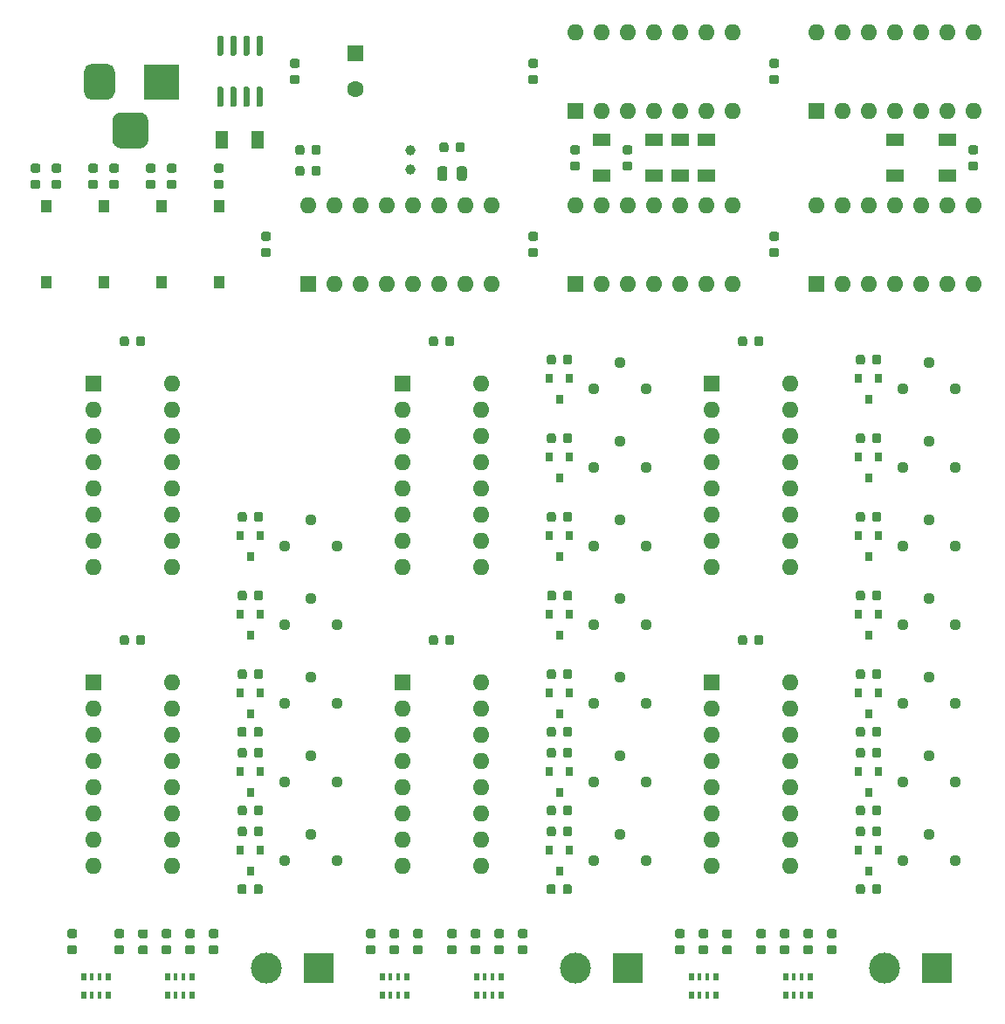
<source format=gbr>
%TF.GenerationSoftware,KiCad,Pcbnew,(5.1.10)-1*%
%TF.CreationDate,2021-09-09T00:33:46+07:00*%
%TF.ProjectId,ampmeter_clock,616d706d-6574-4657-925f-636c6f636b2e,1*%
%TF.SameCoordinates,Original*%
%TF.FileFunction,Soldermask,Top*%
%TF.FilePolarity,Negative*%
%FSLAX46Y46*%
G04 Gerber Fmt 4.6, Leading zero omitted, Abs format (unit mm)*
G04 Created by KiCad (PCBNEW (5.1.10)-1) date 2021-09-09 00:33:46*
%MOMM*%
%LPD*%
G01*
G04 APERTURE LIST*
%ADD10R,1.000000X1.200000*%
%ADD11C,1.600000*%
%ADD12R,1.600000X1.600000*%
%ADD13C,1.000000*%
%ADD14O,1.600000X1.600000*%
%ADD15C,1.120000*%
%ADD16R,0.500000X0.800000*%
%ADD17R,0.400000X0.800000*%
%ADD18R,0.800000X0.900000*%
%ADD19C,3.000000*%
%ADD20R,3.000000X3.000000*%
%ADD21R,3.500000X3.500000*%
%ADD22R,1.700000X1.300000*%
%ADD23R,1.300000X1.700000*%
G04 APERTURE END LIST*
D10*
%TO.C,SW4*%
X61468000Y-62120000D03*
X61468000Y-54720000D03*
%TD*%
%TO.C,SW3*%
X55880000Y-62120000D03*
X55880000Y-54720000D03*
%TD*%
%TO.C,SW2*%
X50292000Y-62120000D03*
X50292000Y-54720000D03*
%TD*%
%TO.C,SW1*%
X44704000Y-62120000D03*
X44704000Y-54720000D03*
%TD*%
D11*
%TO.C,C17*%
X74676000Y-43378000D03*
D12*
X74676000Y-39878000D03*
%TD*%
D13*
%TO.C,Y1*%
X80010000Y-49276000D03*
X80010000Y-51176000D03*
%TD*%
D14*
%TO.C,U11*%
X56896000Y-100838000D03*
X49276000Y-118618000D03*
X56896000Y-103378000D03*
X49276000Y-116078000D03*
X56896000Y-105918000D03*
X49276000Y-113538000D03*
X56896000Y-108458000D03*
X49276000Y-110998000D03*
X56896000Y-110998000D03*
X49276000Y-108458000D03*
X56896000Y-113538000D03*
X49276000Y-105918000D03*
X56896000Y-116078000D03*
X49276000Y-103378000D03*
X56896000Y-118618000D03*
D12*
X49276000Y-100838000D03*
%TD*%
%TO.C,U10*%
X79248000Y-71882000D03*
D14*
X86868000Y-89662000D03*
X79248000Y-74422000D03*
X86868000Y-87122000D03*
X79248000Y-76962000D03*
X86868000Y-84582000D03*
X79248000Y-79502000D03*
X86868000Y-82042000D03*
X79248000Y-82042000D03*
X86868000Y-79502000D03*
X79248000Y-84582000D03*
X86868000Y-76962000D03*
X79248000Y-87122000D03*
X86868000Y-74422000D03*
X79248000Y-89662000D03*
X86868000Y-71882000D03*
%TD*%
D12*
%TO.C,U9*%
X79248000Y-100838000D03*
D14*
X86868000Y-118618000D03*
X79248000Y-103378000D03*
X86868000Y-116078000D03*
X79248000Y-105918000D03*
X86868000Y-113538000D03*
X79248000Y-108458000D03*
X86868000Y-110998000D03*
X79248000Y-110998000D03*
X86868000Y-108458000D03*
X79248000Y-113538000D03*
X86868000Y-105918000D03*
X79248000Y-116078000D03*
X86868000Y-103378000D03*
X79248000Y-118618000D03*
X86868000Y-100838000D03*
%TD*%
%TO.C,U8*%
X116840000Y-71882000D03*
X109220000Y-89662000D03*
X116840000Y-74422000D03*
X109220000Y-87122000D03*
X116840000Y-76962000D03*
X109220000Y-84582000D03*
X116840000Y-79502000D03*
X109220000Y-82042000D03*
X116840000Y-82042000D03*
X109220000Y-79502000D03*
X116840000Y-84582000D03*
X109220000Y-76962000D03*
X116840000Y-87122000D03*
X109220000Y-74422000D03*
X116840000Y-89662000D03*
D12*
X109220000Y-71882000D03*
%TD*%
D14*
%TO.C,U7*%
X116840000Y-100838000D03*
X109220000Y-118618000D03*
X116840000Y-103378000D03*
X109220000Y-116078000D03*
X116840000Y-105918000D03*
X109220000Y-113538000D03*
X116840000Y-108458000D03*
X109220000Y-110998000D03*
X116840000Y-110998000D03*
X109220000Y-108458000D03*
X116840000Y-113538000D03*
X109220000Y-105918000D03*
X116840000Y-116078000D03*
X109220000Y-103378000D03*
X116840000Y-118618000D03*
D12*
X109220000Y-100838000D03*
%TD*%
%TO.C,U6*%
X70104000Y-62230000D03*
D14*
X87884000Y-54610000D03*
X72644000Y-62230000D03*
X85344000Y-54610000D03*
X75184000Y-62230000D03*
X82804000Y-54610000D03*
X77724000Y-62230000D03*
X80264000Y-54610000D03*
X80264000Y-62230000D03*
X77724000Y-54610000D03*
X82804000Y-62230000D03*
X75184000Y-54610000D03*
X85344000Y-62230000D03*
X72644000Y-54610000D03*
X87884000Y-62230000D03*
X70104000Y-54610000D03*
%TD*%
%TO.C,U5*%
X96012000Y-54610000D03*
X111252000Y-62230000D03*
X98552000Y-54610000D03*
X108712000Y-62230000D03*
X101092000Y-54610000D03*
X106172000Y-62230000D03*
X103632000Y-54610000D03*
X103632000Y-62230000D03*
X106172000Y-54610000D03*
X101092000Y-62230000D03*
X108712000Y-54610000D03*
X98552000Y-62230000D03*
X111252000Y-54610000D03*
D12*
X96012000Y-62230000D03*
%TD*%
D14*
%TO.C,U4*%
X119380000Y-54610000D03*
X134620000Y-62230000D03*
X121920000Y-54610000D03*
X132080000Y-62230000D03*
X124460000Y-54610000D03*
X129540000Y-62230000D03*
X127000000Y-54610000D03*
X127000000Y-62230000D03*
X129540000Y-54610000D03*
X124460000Y-62230000D03*
X132080000Y-54610000D03*
X121920000Y-62230000D03*
X134620000Y-54610000D03*
D12*
X119380000Y-62230000D03*
%TD*%
D14*
%TO.C,U3*%
X96012000Y-37846000D03*
X111252000Y-45466000D03*
X98552000Y-37846000D03*
X108712000Y-45466000D03*
X101092000Y-37846000D03*
X106172000Y-45466000D03*
X103632000Y-37846000D03*
X103632000Y-45466000D03*
X106172000Y-37846000D03*
X101092000Y-45466000D03*
X108712000Y-37846000D03*
X98552000Y-45466000D03*
X111252000Y-37846000D03*
D12*
X96012000Y-45466000D03*
%TD*%
D14*
%TO.C,U2*%
X119380000Y-37846000D03*
X134620000Y-45466000D03*
X121920000Y-37846000D03*
X132080000Y-45466000D03*
X124460000Y-37846000D03*
X129540000Y-45466000D03*
X127000000Y-37846000D03*
X127000000Y-45466000D03*
X129540000Y-37846000D03*
X124460000Y-45466000D03*
X132080000Y-37846000D03*
X121920000Y-45466000D03*
X134620000Y-37846000D03*
D12*
X119380000Y-45466000D03*
%TD*%
D14*
%TO.C,U1*%
X56896000Y-71882000D03*
X49276000Y-89662000D03*
X56896000Y-74422000D03*
X49276000Y-87122000D03*
X56896000Y-76962000D03*
X49276000Y-84582000D03*
X56896000Y-79502000D03*
X49276000Y-82042000D03*
X56896000Y-82042000D03*
X49276000Y-79502000D03*
X56896000Y-84582000D03*
X49276000Y-76962000D03*
X56896000Y-87122000D03*
X49276000Y-74422000D03*
X56896000Y-89662000D03*
D12*
X49276000Y-71882000D03*
%TD*%
D15*
%TO.C,RV19*%
X132842000Y-72416000D03*
X130302000Y-69876000D03*
X127762000Y-72416000D03*
%TD*%
%TO.C,RV18*%
X102870000Y-72416000D03*
X100330000Y-69876000D03*
X97790000Y-72416000D03*
%TD*%
%TO.C,RV17*%
X132842000Y-80036000D03*
X130302000Y-77496000D03*
X127762000Y-80036000D03*
%TD*%
%TO.C,RV16*%
X102870000Y-80036000D03*
X100330000Y-77496000D03*
X97790000Y-80036000D03*
%TD*%
%TO.C,RV15*%
X132842000Y-87656000D03*
X130302000Y-85116000D03*
X127762000Y-87656000D03*
%TD*%
%TO.C,RV14*%
X102870000Y-87656000D03*
X100330000Y-85116000D03*
X97790000Y-87656000D03*
%TD*%
%TO.C,RV13*%
X72898000Y-87656000D03*
X70358000Y-85116000D03*
X67818000Y-87656000D03*
%TD*%
%TO.C,RV12*%
X132842000Y-95276000D03*
X130302000Y-92736000D03*
X127762000Y-95276000D03*
%TD*%
%TO.C,RV11*%
X102870000Y-95250000D03*
X100330000Y-92710000D03*
X97790000Y-95250000D03*
%TD*%
%TO.C,RV10*%
X72898000Y-95276000D03*
X70358000Y-92736000D03*
X67818000Y-95276000D03*
%TD*%
%TO.C,RV9*%
X132842000Y-102896000D03*
X130302000Y-100356000D03*
X127762000Y-102896000D03*
%TD*%
%TO.C,RV8*%
X102870000Y-102896000D03*
X100330000Y-100356000D03*
X97790000Y-102896000D03*
%TD*%
%TO.C,RV7*%
X72898000Y-102896000D03*
X70358000Y-100356000D03*
X67818000Y-102896000D03*
%TD*%
%TO.C,RV6*%
X132842000Y-110516000D03*
X130302000Y-107976000D03*
X127762000Y-110516000D03*
%TD*%
%TO.C,RV5*%
X102870000Y-110516000D03*
X100330000Y-107976000D03*
X97790000Y-110516000D03*
%TD*%
%TO.C,RV4*%
X72898000Y-110516000D03*
X70358000Y-107976000D03*
X67818000Y-110516000D03*
%TD*%
%TO.C,RV3*%
X132842000Y-118136000D03*
X130302000Y-115596000D03*
X127762000Y-118136000D03*
%TD*%
%TO.C,RV2*%
X102870000Y-118136000D03*
X100330000Y-115596000D03*
X97790000Y-118136000D03*
%TD*%
%TO.C,RV1*%
X72898000Y-118136000D03*
X70358000Y-115596000D03*
X67818000Y-118136000D03*
%TD*%
D16*
%TO.C,RN6*%
X107258000Y-131202000D03*
D17*
X108058000Y-131202000D03*
D16*
X109658000Y-131202000D03*
D17*
X108858000Y-131202000D03*
D16*
X107258000Y-129402000D03*
D17*
X108858000Y-129402000D03*
X108058000Y-129402000D03*
D16*
X109658000Y-129402000D03*
%TD*%
%TO.C,RN5*%
X116402000Y-131202000D03*
D17*
X117202000Y-131202000D03*
D16*
X118802000Y-131202000D03*
D17*
X118002000Y-131202000D03*
D16*
X116402000Y-129402000D03*
D17*
X118002000Y-129402000D03*
X117202000Y-129402000D03*
D16*
X118802000Y-129402000D03*
%TD*%
%TO.C,RN4*%
X77286000Y-131202000D03*
D17*
X78086000Y-131202000D03*
D16*
X79686000Y-131202000D03*
D17*
X78886000Y-131202000D03*
D16*
X77286000Y-129402000D03*
D17*
X78886000Y-129402000D03*
X78086000Y-129402000D03*
D16*
X79686000Y-129402000D03*
%TD*%
%TO.C,RN3*%
X86430000Y-131202000D03*
D17*
X87230000Y-131202000D03*
D16*
X88830000Y-131202000D03*
D17*
X88030000Y-131202000D03*
D16*
X86430000Y-129402000D03*
D17*
X88030000Y-129402000D03*
X87230000Y-129402000D03*
D16*
X88830000Y-129402000D03*
%TD*%
%TO.C,RN2*%
X48330000Y-131202000D03*
D17*
X49130000Y-131202000D03*
D16*
X50730000Y-131202000D03*
D17*
X49930000Y-131202000D03*
D16*
X48330000Y-129402000D03*
D17*
X49930000Y-129402000D03*
X49130000Y-129402000D03*
D16*
X50730000Y-129402000D03*
%TD*%
%TO.C,RN1*%
X56458000Y-131202000D03*
D17*
X57258000Y-131202000D03*
D16*
X58858000Y-131202000D03*
D17*
X58058000Y-131202000D03*
D16*
X56458000Y-129402000D03*
D17*
X58058000Y-129402000D03*
X57258000Y-129402000D03*
D16*
X58858000Y-129402000D03*
%TD*%
%TO.C,R38*%
G36*
G01*
X69090250Y-41306000D02*
X68577750Y-41306000D01*
G75*
G02*
X68359000Y-41087250I0J218750D01*
G01*
X68359000Y-40649750D01*
G75*
G02*
X68577750Y-40431000I218750J0D01*
G01*
X69090250Y-40431000D01*
G75*
G02*
X69309000Y-40649750I0J-218750D01*
G01*
X69309000Y-41087250D01*
G75*
G02*
X69090250Y-41306000I-218750J0D01*
G01*
G37*
G36*
G01*
X69090250Y-42881000D02*
X68577750Y-42881000D01*
G75*
G02*
X68359000Y-42662250I0J218750D01*
G01*
X68359000Y-42224750D01*
G75*
G02*
X68577750Y-42006000I218750J0D01*
G01*
X69090250Y-42006000D01*
G75*
G02*
X69309000Y-42224750I0J-218750D01*
G01*
X69309000Y-42662250D01*
G75*
G02*
X69090250Y-42881000I-218750J0D01*
G01*
G37*
%TD*%
%TO.C,R37*%
G36*
G01*
X124110000Y-69339750D02*
X124110000Y-69852250D01*
G75*
G02*
X123891250Y-70071000I-218750J0D01*
G01*
X123453750Y-70071000D01*
G75*
G02*
X123235000Y-69852250I0J218750D01*
G01*
X123235000Y-69339750D01*
G75*
G02*
X123453750Y-69121000I218750J0D01*
G01*
X123891250Y-69121000D01*
G75*
G02*
X124110000Y-69339750I0J-218750D01*
G01*
G37*
G36*
G01*
X125685000Y-69339750D02*
X125685000Y-69852250D01*
G75*
G02*
X125466250Y-70071000I-218750J0D01*
G01*
X125028750Y-70071000D01*
G75*
G02*
X124810000Y-69852250I0J218750D01*
G01*
X124810000Y-69339750D01*
G75*
G02*
X125028750Y-69121000I218750J0D01*
G01*
X125466250Y-69121000D01*
G75*
G02*
X125685000Y-69339750I0J-218750D01*
G01*
G37*
%TD*%
%TO.C,R36*%
G36*
G01*
X94138000Y-69339750D02*
X94138000Y-69852250D01*
G75*
G02*
X93919250Y-70071000I-218750J0D01*
G01*
X93481750Y-70071000D01*
G75*
G02*
X93263000Y-69852250I0J218750D01*
G01*
X93263000Y-69339750D01*
G75*
G02*
X93481750Y-69121000I218750J0D01*
G01*
X93919250Y-69121000D01*
G75*
G02*
X94138000Y-69339750I0J-218750D01*
G01*
G37*
G36*
G01*
X95713000Y-69339750D02*
X95713000Y-69852250D01*
G75*
G02*
X95494250Y-70071000I-218750J0D01*
G01*
X95056750Y-70071000D01*
G75*
G02*
X94838000Y-69852250I0J218750D01*
G01*
X94838000Y-69339750D01*
G75*
G02*
X95056750Y-69121000I218750J0D01*
G01*
X95494250Y-69121000D01*
G75*
G02*
X95713000Y-69339750I0J-218750D01*
G01*
G37*
%TD*%
%TO.C,R35*%
G36*
G01*
X124110000Y-76959750D02*
X124110000Y-77472250D01*
G75*
G02*
X123891250Y-77691000I-218750J0D01*
G01*
X123453750Y-77691000D01*
G75*
G02*
X123235000Y-77472250I0J218750D01*
G01*
X123235000Y-76959750D01*
G75*
G02*
X123453750Y-76741000I218750J0D01*
G01*
X123891250Y-76741000D01*
G75*
G02*
X124110000Y-76959750I0J-218750D01*
G01*
G37*
G36*
G01*
X125685000Y-76959750D02*
X125685000Y-77472250D01*
G75*
G02*
X125466250Y-77691000I-218750J0D01*
G01*
X125028750Y-77691000D01*
G75*
G02*
X124810000Y-77472250I0J218750D01*
G01*
X124810000Y-76959750D01*
G75*
G02*
X125028750Y-76741000I218750J0D01*
G01*
X125466250Y-76741000D01*
G75*
G02*
X125685000Y-76959750I0J-218750D01*
G01*
G37*
%TD*%
%TO.C,R34*%
G36*
G01*
X94138000Y-76959750D02*
X94138000Y-77472250D01*
G75*
G02*
X93919250Y-77691000I-218750J0D01*
G01*
X93481750Y-77691000D01*
G75*
G02*
X93263000Y-77472250I0J218750D01*
G01*
X93263000Y-76959750D01*
G75*
G02*
X93481750Y-76741000I218750J0D01*
G01*
X93919250Y-76741000D01*
G75*
G02*
X94138000Y-76959750I0J-218750D01*
G01*
G37*
G36*
G01*
X95713000Y-76959750D02*
X95713000Y-77472250D01*
G75*
G02*
X95494250Y-77691000I-218750J0D01*
G01*
X95056750Y-77691000D01*
G75*
G02*
X94838000Y-77472250I0J218750D01*
G01*
X94838000Y-76959750D01*
G75*
G02*
X95056750Y-76741000I218750J0D01*
G01*
X95494250Y-76741000D01*
G75*
G02*
X95713000Y-76959750I0J-218750D01*
G01*
G37*
%TD*%
%TO.C,R33*%
G36*
G01*
X124110000Y-84579750D02*
X124110000Y-85092250D01*
G75*
G02*
X123891250Y-85311000I-218750J0D01*
G01*
X123453750Y-85311000D01*
G75*
G02*
X123235000Y-85092250I0J218750D01*
G01*
X123235000Y-84579750D01*
G75*
G02*
X123453750Y-84361000I218750J0D01*
G01*
X123891250Y-84361000D01*
G75*
G02*
X124110000Y-84579750I0J-218750D01*
G01*
G37*
G36*
G01*
X125685000Y-84579750D02*
X125685000Y-85092250D01*
G75*
G02*
X125466250Y-85311000I-218750J0D01*
G01*
X125028750Y-85311000D01*
G75*
G02*
X124810000Y-85092250I0J218750D01*
G01*
X124810000Y-84579750D01*
G75*
G02*
X125028750Y-84361000I218750J0D01*
G01*
X125466250Y-84361000D01*
G75*
G02*
X125685000Y-84579750I0J-218750D01*
G01*
G37*
%TD*%
%TO.C,R32*%
G36*
G01*
X94138000Y-84579750D02*
X94138000Y-85092250D01*
G75*
G02*
X93919250Y-85311000I-218750J0D01*
G01*
X93481750Y-85311000D01*
G75*
G02*
X93263000Y-85092250I0J218750D01*
G01*
X93263000Y-84579750D01*
G75*
G02*
X93481750Y-84361000I218750J0D01*
G01*
X93919250Y-84361000D01*
G75*
G02*
X94138000Y-84579750I0J-218750D01*
G01*
G37*
G36*
G01*
X95713000Y-84579750D02*
X95713000Y-85092250D01*
G75*
G02*
X95494250Y-85311000I-218750J0D01*
G01*
X95056750Y-85311000D01*
G75*
G02*
X94838000Y-85092250I0J218750D01*
G01*
X94838000Y-84579750D01*
G75*
G02*
X95056750Y-84361000I218750J0D01*
G01*
X95494250Y-84361000D01*
G75*
G02*
X95713000Y-84579750I0J-218750D01*
G01*
G37*
%TD*%
%TO.C,R31*%
G36*
G01*
X64166000Y-84579750D02*
X64166000Y-85092250D01*
G75*
G02*
X63947250Y-85311000I-218750J0D01*
G01*
X63509750Y-85311000D01*
G75*
G02*
X63291000Y-85092250I0J218750D01*
G01*
X63291000Y-84579750D01*
G75*
G02*
X63509750Y-84361000I218750J0D01*
G01*
X63947250Y-84361000D01*
G75*
G02*
X64166000Y-84579750I0J-218750D01*
G01*
G37*
G36*
G01*
X65741000Y-84579750D02*
X65741000Y-85092250D01*
G75*
G02*
X65522250Y-85311000I-218750J0D01*
G01*
X65084750Y-85311000D01*
G75*
G02*
X64866000Y-85092250I0J218750D01*
G01*
X64866000Y-84579750D01*
G75*
G02*
X65084750Y-84361000I218750J0D01*
G01*
X65522250Y-84361000D01*
G75*
G02*
X65741000Y-84579750I0J-218750D01*
G01*
G37*
%TD*%
%TO.C,R30*%
G36*
G01*
X57152250Y-51466000D02*
X56639750Y-51466000D01*
G75*
G02*
X56421000Y-51247250I0J218750D01*
G01*
X56421000Y-50809750D01*
G75*
G02*
X56639750Y-50591000I218750J0D01*
G01*
X57152250Y-50591000D01*
G75*
G02*
X57371000Y-50809750I0J-218750D01*
G01*
X57371000Y-51247250D01*
G75*
G02*
X57152250Y-51466000I-218750J0D01*
G01*
G37*
G36*
G01*
X57152250Y-53041000D02*
X56639750Y-53041000D01*
G75*
G02*
X56421000Y-52822250I0J218750D01*
G01*
X56421000Y-52384750D01*
G75*
G02*
X56639750Y-52166000I218750J0D01*
G01*
X57152250Y-52166000D01*
G75*
G02*
X57371000Y-52384750I0J-218750D01*
G01*
X57371000Y-52822250D01*
G75*
G02*
X57152250Y-53041000I-218750J0D01*
G01*
G37*
%TD*%
%TO.C,R29*%
G36*
G01*
X100835750Y-50388000D02*
X101348250Y-50388000D01*
G75*
G02*
X101567000Y-50606750I0J-218750D01*
G01*
X101567000Y-51044250D01*
G75*
G02*
X101348250Y-51263000I-218750J0D01*
G01*
X100835750Y-51263000D01*
G75*
G02*
X100617000Y-51044250I0J218750D01*
G01*
X100617000Y-50606750D01*
G75*
G02*
X100835750Y-50388000I218750J0D01*
G01*
G37*
G36*
G01*
X100835750Y-48813000D02*
X101348250Y-48813000D01*
G75*
G02*
X101567000Y-49031750I0J-218750D01*
G01*
X101567000Y-49469250D01*
G75*
G02*
X101348250Y-49688000I-218750J0D01*
G01*
X100835750Y-49688000D01*
G75*
G02*
X100617000Y-49469250I0J218750D01*
G01*
X100617000Y-49031750D01*
G75*
G02*
X100835750Y-48813000I218750J0D01*
G01*
G37*
%TD*%
%TO.C,R28*%
G36*
G01*
X124110000Y-92199750D02*
X124110000Y-92712250D01*
G75*
G02*
X123891250Y-92931000I-218750J0D01*
G01*
X123453750Y-92931000D01*
G75*
G02*
X123235000Y-92712250I0J218750D01*
G01*
X123235000Y-92199750D01*
G75*
G02*
X123453750Y-91981000I218750J0D01*
G01*
X123891250Y-91981000D01*
G75*
G02*
X124110000Y-92199750I0J-218750D01*
G01*
G37*
G36*
G01*
X125685000Y-92199750D02*
X125685000Y-92712250D01*
G75*
G02*
X125466250Y-92931000I-218750J0D01*
G01*
X125028750Y-92931000D01*
G75*
G02*
X124810000Y-92712250I0J218750D01*
G01*
X124810000Y-92199750D01*
G75*
G02*
X125028750Y-91981000I218750J0D01*
G01*
X125466250Y-91981000D01*
G75*
G02*
X125685000Y-92199750I0J-218750D01*
G01*
G37*
%TD*%
%TO.C,R27*%
G36*
G01*
X94163500Y-92199750D02*
X94163500Y-92712250D01*
G75*
G02*
X93944750Y-92931000I-218750J0D01*
G01*
X93507250Y-92931000D01*
G75*
G02*
X93288500Y-92712250I0J218750D01*
G01*
X93288500Y-92199750D01*
G75*
G02*
X93507250Y-91981000I218750J0D01*
G01*
X93944750Y-91981000D01*
G75*
G02*
X94163500Y-92199750I0J-218750D01*
G01*
G37*
G36*
G01*
X95738500Y-92199750D02*
X95738500Y-92712250D01*
G75*
G02*
X95519750Y-92931000I-218750J0D01*
G01*
X95082250Y-92931000D01*
G75*
G02*
X94863500Y-92712250I0J218750D01*
G01*
X94863500Y-92199750D01*
G75*
G02*
X95082250Y-91981000I218750J0D01*
G01*
X95519750Y-91981000D01*
G75*
G02*
X95738500Y-92199750I0J-218750D01*
G01*
G37*
%TD*%
%TO.C,R26*%
G36*
G01*
X64166000Y-92199750D02*
X64166000Y-92712250D01*
G75*
G02*
X63947250Y-92931000I-218750J0D01*
G01*
X63509750Y-92931000D01*
G75*
G02*
X63291000Y-92712250I0J218750D01*
G01*
X63291000Y-92199750D01*
G75*
G02*
X63509750Y-91981000I218750J0D01*
G01*
X63947250Y-91981000D01*
G75*
G02*
X64166000Y-92199750I0J-218750D01*
G01*
G37*
G36*
G01*
X65741000Y-92199750D02*
X65741000Y-92712250D01*
G75*
G02*
X65522250Y-92931000I-218750J0D01*
G01*
X65084750Y-92931000D01*
G75*
G02*
X64866000Y-92712250I0J218750D01*
G01*
X64866000Y-92199750D01*
G75*
G02*
X65084750Y-91981000I218750J0D01*
G01*
X65522250Y-91981000D01*
G75*
G02*
X65741000Y-92199750I0J-218750D01*
G01*
G37*
%TD*%
%TO.C,R25*%
G36*
G01*
X51564250Y-51466000D02*
X51051750Y-51466000D01*
G75*
G02*
X50833000Y-51247250I0J218750D01*
G01*
X50833000Y-50809750D01*
G75*
G02*
X51051750Y-50591000I218750J0D01*
G01*
X51564250Y-50591000D01*
G75*
G02*
X51783000Y-50809750I0J-218750D01*
G01*
X51783000Y-51247250D01*
G75*
G02*
X51564250Y-51466000I-218750J0D01*
G01*
G37*
G36*
G01*
X51564250Y-53041000D02*
X51051750Y-53041000D01*
G75*
G02*
X50833000Y-52822250I0J218750D01*
G01*
X50833000Y-52384750D01*
G75*
G02*
X51051750Y-52166000I218750J0D01*
G01*
X51564250Y-52166000D01*
G75*
G02*
X51783000Y-52384750I0J-218750D01*
G01*
X51783000Y-52822250D01*
G75*
G02*
X51564250Y-53041000I-218750J0D01*
G01*
G37*
%TD*%
%TO.C,R24*%
G36*
G01*
X134363750Y-50388000D02*
X134876250Y-50388000D01*
G75*
G02*
X135095000Y-50606750I0J-218750D01*
G01*
X135095000Y-51044250D01*
G75*
G02*
X134876250Y-51263000I-218750J0D01*
G01*
X134363750Y-51263000D01*
G75*
G02*
X134145000Y-51044250I0J218750D01*
G01*
X134145000Y-50606750D01*
G75*
G02*
X134363750Y-50388000I218750J0D01*
G01*
G37*
G36*
G01*
X134363750Y-48813000D02*
X134876250Y-48813000D01*
G75*
G02*
X135095000Y-49031750I0J-218750D01*
G01*
X135095000Y-49469250D01*
G75*
G02*
X134876250Y-49688000I-218750J0D01*
G01*
X134363750Y-49688000D01*
G75*
G02*
X134145000Y-49469250I0J218750D01*
G01*
X134145000Y-49031750D01*
G75*
G02*
X134363750Y-48813000I218750J0D01*
G01*
G37*
%TD*%
%TO.C,R23*%
G36*
G01*
X124110000Y-99819750D02*
X124110000Y-100332250D01*
G75*
G02*
X123891250Y-100551000I-218750J0D01*
G01*
X123453750Y-100551000D01*
G75*
G02*
X123235000Y-100332250I0J218750D01*
G01*
X123235000Y-99819750D01*
G75*
G02*
X123453750Y-99601000I218750J0D01*
G01*
X123891250Y-99601000D01*
G75*
G02*
X124110000Y-99819750I0J-218750D01*
G01*
G37*
G36*
G01*
X125685000Y-99819750D02*
X125685000Y-100332250D01*
G75*
G02*
X125466250Y-100551000I-218750J0D01*
G01*
X125028750Y-100551000D01*
G75*
G02*
X124810000Y-100332250I0J218750D01*
G01*
X124810000Y-99819750D01*
G75*
G02*
X125028750Y-99601000I218750J0D01*
G01*
X125466250Y-99601000D01*
G75*
G02*
X125685000Y-99819750I0J-218750D01*
G01*
G37*
%TD*%
%TO.C,R22*%
G36*
G01*
X94138000Y-99819750D02*
X94138000Y-100332250D01*
G75*
G02*
X93919250Y-100551000I-218750J0D01*
G01*
X93481750Y-100551000D01*
G75*
G02*
X93263000Y-100332250I0J218750D01*
G01*
X93263000Y-99819750D01*
G75*
G02*
X93481750Y-99601000I218750J0D01*
G01*
X93919250Y-99601000D01*
G75*
G02*
X94138000Y-99819750I0J-218750D01*
G01*
G37*
G36*
G01*
X95713000Y-99819750D02*
X95713000Y-100332250D01*
G75*
G02*
X95494250Y-100551000I-218750J0D01*
G01*
X95056750Y-100551000D01*
G75*
G02*
X94838000Y-100332250I0J218750D01*
G01*
X94838000Y-99819750D01*
G75*
G02*
X95056750Y-99601000I218750J0D01*
G01*
X95494250Y-99601000D01*
G75*
G02*
X95713000Y-99819750I0J-218750D01*
G01*
G37*
%TD*%
%TO.C,R21*%
G36*
G01*
X64166000Y-99819750D02*
X64166000Y-100332250D01*
G75*
G02*
X63947250Y-100551000I-218750J0D01*
G01*
X63509750Y-100551000D01*
G75*
G02*
X63291000Y-100332250I0J218750D01*
G01*
X63291000Y-99819750D01*
G75*
G02*
X63509750Y-99601000I218750J0D01*
G01*
X63947250Y-99601000D01*
G75*
G02*
X64166000Y-99819750I0J-218750D01*
G01*
G37*
G36*
G01*
X65741000Y-99819750D02*
X65741000Y-100332250D01*
G75*
G02*
X65522250Y-100551000I-218750J0D01*
G01*
X65084750Y-100551000D01*
G75*
G02*
X64866000Y-100332250I0J218750D01*
G01*
X64866000Y-99819750D01*
G75*
G02*
X65084750Y-99601000I218750J0D01*
G01*
X65522250Y-99601000D01*
G75*
G02*
X65741000Y-99819750I0J-218750D01*
G01*
G37*
%TD*%
%TO.C,R20*%
G36*
G01*
X45976250Y-51466000D02*
X45463750Y-51466000D01*
G75*
G02*
X45245000Y-51247250I0J218750D01*
G01*
X45245000Y-50809750D01*
G75*
G02*
X45463750Y-50591000I218750J0D01*
G01*
X45976250Y-50591000D01*
G75*
G02*
X46195000Y-50809750I0J-218750D01*
G01*
X46195000Y-51247250D01*
G75*
G02*
X45976250Y-51466000I-218750J0D01*
G01*
G37*
G36*
G01*
X45976250Y-53041000D02*
X45463750Y-53041000D01*
G75*
G02*
X45245000Y-52822250I0J218750D01*
G01*
X45245000Y-52384750D01*
G75*
G02*
X45463750Y-52166000I218750J0D01*
G01*
X45976250Y-52166000D01*
G75*
G02*
X46195000Y-52384750I0J-218750D01*
G01*
X46195000Y-52822250D01*
G75*
G02*
X45976250Y-53041000I-218750J0D01*
G01*
G37*
%TD*%
%TO.C,R19*%
G36*
G01*
X124110000Y-105407750D02*
X124110000Y-105920250D01*
G75*
G02*
X123891250Y-106139000I-218750J0D01*
G01*
X123453750Y-106139000D01*
G75*
G02*
X123235000Y-105920250I0J218750D01*
G01*
X123235000Y-105407750D01*
G75*
G02*
X123453750Y-105189000I218750J0D01*
G01*
X123891250Y-105189000D01*
G75*
G02*
X124110000Y-105407750I0J-218750D01*
G01*
G37*
G36*
G01*
X125685000Y-105407750D02*
X125685000Y-105920250D01*
G75*
G02*
X125466250Y-106139000I-218750J0D01*
G01*
X125028750Y-106139000D01*
G75*
G02*
X124810000Y-105920250I0J218750D01*
G01*
X124810000Y-105407750D01*
G75*
G02*
X125028750Y-105189000I218750J0D01*
G01*
X125466250Y-105189000D01*
G75*
G02*
X125685000Y-105407750I0J-218750D01*
G01*
G37*
%TD*%
%TO.C,R18*%
G36*
G01*
X94138000Y-105407750D02*
X94138000Y-105920250D01*
G75*
G02*
X93919250Y-106139000I-218750J0D01*
G01*
X93481750Y-106139000D01*
G75*
G02*
X93263000Y-105920250I0J218750D01*
G01*
X93263000Y-105407750D01*
G75*
G02*
X93481750Y-105189000I218750J0D01*
G01*
X93919250Y-105189000D01*
G75*
G02*
X94138000Y-105407750I0J-218750D01*
G01*
G37*
G36*
G01*
X95713000Y-105407750D02*
X95713000Y-105920250D01*
G75*
G02*
X95494250Y-106139000I-218750J0D01*
G01*
X95056750Y-106139000D01*
G75*
G02*
X94838000Y-105920250I0J218750D01*
G01*
X94838000Y-105407750D01*
G75*
G02*
X95056750Y-105189000I218750J0D01*
G01*
X95494250Y-105189000D01*
G75*
G02*
X95713000Y-105407750I0J-218750D01*
G01*
G37*
%TD*%
%TO.C,R17*%
G36*
G01*
X64140500Y-105407750D02*
X64140500Y-105920250D01*
G75*
G02*
X63921750Y-106139000I-218750J0D01*
G01*
X63484250Y-106139000D01*
G75*
G02*
X63265500Y-105920250I0J218750D01*
G01*
X63265500Y-105407750D01*
G75*
G02*
X63484250Y-105189000I218750J0D01*
G01*
X63921750Y-105189000D01*
G75*
G02*
X64140500Y-105407750I0J-218750D01*
G01*
G37*
G36*
G01*
X65715500Y-105407750D02*
X65715500Y-105920250D01*
G75*
G02*
X65496750Y-106139000I-218750J0D01*
G01*
X65059250Y-106139000D01*
G75*
G02*
X64840500Y-105920250I0J218750D01*
G01*
X64840500Y-105407750D01*
G75*
G02*
X65059250Y-105189000I218750J0D01*
G01*
X65496750Y-105189000D01*
G75*
G02*
X65715500Y-105407750I0J-218750D01*
G01*
G37*
%TD*%
%TO.C,R16*%
G36*
G01*
X95755750Y-50388000D02*
X96268250Y-50388000D01*
G75*
G02*
X96487000Y-50606750I0J-218750D01*
G01*
X96487000Y-51044250D01*
G75*
G02*
X96268250Y-51263000I-218750J0D01*
G01*
X95755750Y-51263000D01*
G75*
G02*
X95537000Y-51044250I0J218750D01*
G01*
X95537000Y-50606750D01*
G75*
G02*
X95755750Y-50388000I218750J0D01*
G01*
G37*
G36*
G01*
X95755750Y-48813000D02*
X96268250Y-48813000D01*
G75*
G02*
X96487000Y-49031750I0J-218750D01*
G01*
X96487000Y-49469250D01*
G75*
G02*
X96268250Y-49688000I-218750J0D01*
G01*
X95755750Y-49688000D01*
G75*
G02*
X95537000Y-49469250I0J218750D01*
G01*
X95537000Y-49031750D01*
G75*
G02*
X95755750Y-48813000I218750J0D01*
G01*
G37*
%TD*%
%TO.C,R15*%
G36*
G01*
X124110000Y-107439750D02*
X124110000Y-107952250D01*
G75*
G02*
X123891250Y-108171000I-218750J0D01*
G01*
X123453750Y-108171000D01*
G75*
G02*
X123235000Y-107952250I0J218750D01*
G01*
X123235000Y-107439750D01*
G75*
G02*
X123453750Y-107221000I218750J0D01*
G01*
X123891250Y-107221000D01*
G75*
G02*
X124110000Y-107439750I0J-218750D01*
G01*
G37*
G36*
G01*
X125685000Y-107439750D02*
X125685000Y-107952250D01*
G75*
G02*
X125466250Y-108171000I-218750J0D01*
G01*
X125028750Y-108171000D01*
G75*
G02*
X124810000Y-107952250I0J218750D01*
G01*
X124810000Y-107439750D01*
G75*
G02*
X125028750Y-107221000I218750J0D01*
G01*
X125466250Y-107221000D01*
G75*
G02*
X125685000Y-107439750I0J-218750D01*
G01*
G37*
%TD*%
%TO.C,R14*%
G36*
G01*
X94138000Y-107439750D02*
X94138000Y-107952250D01*
G75*
G02*
X93919250Y-108171000I-218750J0D01*
G01*
X93481750Y-108171000D01*
G75*
G02*
X93263000Y-107952250I0J218750D01*
G01*
X93263000Y-107439750D01*
G75*
G02*
X93481750Y-107221000I218750J0D01*
G01*
X93919250Y-107221000D01*
G75*
G02*
X94138000Y-107439750I0J-218750D01*
G01*
G37*
G36*
G01*
X95713000Y-107439750D02*
X95713000Y-107952250D01*
G75*
G02*
X95494250Y-108171000I-218750J0D01*
G01*
X95056750Y-108171000D01*
G75*
G02*
X94838000Y-107952250I0J218750D01*
G01*
X94838000Y-107439750D01*
G75*
G02*
X95056750Y-107221000I218750J0D01*
G01*
X95494250Y-107221000D01*
G75*
G02*
X95713000Y-107439750I0J-218750D01*
G01*
G37*
%TD*%
%TO.C,R13*%
G36*
G01*
X64166000Y-107439750D02*
X64166000Y-107952250D01*
G75*
G02*
X63947250Y-108171000I-218750J0D01*
G01*
X63509750Y-108171000D01*
G75*
G02*
X63291000Y-107952250I0J218750D01*
G01*
X63291000Y-107439750D01*
G75*
G02*
X63509750Y-107221000I218750J0D01*
G01*
X63947250Y-107221000D01*
G75*
G02*
X64166000Y-107439750I0J-218750D01*
G01*
G37*
G36*
G01*
X65741000Y-107439750D02*
X65741000Y-107952250D01*
G75*
G02*
X65522250Y-108171000I-218750J0D01*
G01*
X65084750Y-108171000D01*
G75*
G02*
X64866000Y-107952250I0J218750D01*
G01*
X64866000Y-107439750D01*
G75*
G02*
X65084750Y-107221000I218750J0D01*
G01*
X65522250Y-107221000D01*
G75*
G02*
X65741000Y-107439750I0J-218750D01*
G01*
G37*
%TD*%
%TO.C,R12*%
G36*
G01*
X124110000Y-113027750D02*
X124110000Y-113540250D01*
G75*
G02*
X123891250Y-113759000I-218750J0D01*
G01*
X123453750Y-113759000D01*
G75*
G02*
X123235000Y-113540250I0J218750D01*
G01*
X123235000Y-113027750D01*
G75*
G02*
X123453750Y-112809000I218750J0D01*
G01*
X123891250Y-112809000D01*
G75*
G02*
X124110000Y-113027750I0J-218750D01*
G01*
G37*
G36*
G01*
X125685000Y-113027750D02*
X125685000Y-113540250D01*
G75*
G02*
X125466250Y-113759000I-218750J0D01*
G01*
X125028750Y-113759000D01*
G75*
G02*
X124810000Y-113540250I0J218750D01*
G01*
X124810000Y-113027750D01*
G75*
G02*
X125028750Y-112809000I218750J0D01*
G01*
X125466250Y-112809000D01*
G75*
G02*
X125685000Y-113027750I0J-218750D01*
G01*
G37*
%TD*%
%TO.C,R11*%
G36*
G01*
X95713000Y-113027750D02*
X95713000Y-113540250D01*
G75*
G02*
X95494250Y-113759000I-218750J0D01*
G01*
X95056750Y-113759000D01*
G75*
G02*
X94838000Y-113540250I0J218750D01*
G01*
X94838000Y-113027750D01*
G75*
G02*
X95056750Y-112809000I218750J0D01*
G01*
X95494250Y-112809000D01*
G75*
G02*
X95713000Y-113027750I0J-218750D01*
G01*
G37*
G36*
G01*
X94138000Y-113027750D02*
X94138000Y-113540250D01*
G75*
G02*
X93919250Y-113759000I-218750J0D01*
G01*
X93481750Y-113759000D01*
G75*
G02*
X93263000Y-113540250I0J218750D01*
G01*
X93263000Y-113027750D01*
G75*
G02*
X93481750Y-112809000I218750J0D01*
G01*
X93919250Y-112809000D01*
G75*
G02*
X94138000Y-113027750I0J-218750D01*
G01*
G37*
%TD*%
%TO.C,R10*%
G36*
G01*
X64166000Y-113027750D02*
X64166000Y-113540250D01*
G75*
G02*
X63947250Y-113759000I-218750J0D01*
G01*
X63509750Y-113759000D01*
G75*
G02*
X63291000Y-113540250I0J218750D01*
G01*
X63291000Y-113027750D01*
G75*
G02*
X63509750Y-112809000I218750J0D01*
G01*
X63947250Y-112809000D01*
G75*
G02*
X64166000Y-113027750I0J-218750D01*
G01*
G37*
G36*
G01*
X65741000Y-113027750D02*
X65741000Y-113540250D01*
G75*
G02*
X65522250Y-113759000I-218750J0D01*
G01*
X65084750Y-113759000D01*
G75*
G02*
X64866000Y-113540250I0J218750D01*
G01*
X64866000Y-113027750D01*
G75*
G02*
X65084750Y-112809000I218750J0D01*
G01*
X65522250Y-112809000D01*
G75*
G02*
X65741000Y-113027750I0J-218750D01*
G01*
G37*
%TD*%
%TO.C,R9*%
G36*
G01*
X83624000Y-51105750D02*
X83624000Y-52018250D01*
G75*
G02*
X83380250Y-52262000I-243750J0D01*
G01*
X82892750Y-52262000D01*
G75*
G02*
X82649000Y-52018250I0J243750D01*
G01*
X82649000Y-51105750D01*
G75*
G02*
X82892750Y-50862000I243750J0D01*
G01*
X83380250Y-50862000D01*
G75*
G02*
X83624000Y-51105750I0J-243750D01*
G01*
G37*
G36*
G01*
X85499000Y-51105750D02*
X85499000Y-52018250D01*
G75*
G02*
X85255250Y-52262000I-243750J0D01*
G01*
X84767750Y-52262000D01*
G75*
G02*
X84524000Y-52018250I0J243750D01*
G01*
X84524000Y-51105750D01*
G75*
G02*
X84767750Y-50862000I243750J0D01*
G01*
X85255250Y-50862000D01*
G75*
G02*
X85499000Y-51105750I0J-243750D01*
G01*
G37*
%TD*%
%TO.C,R8*%
G36*
G01*
X61724250Y-51466000D02*
X61211750Y-51466000D01*
G75*
G02*
X60993000Y-51247250I0J218750D01*
G01*
X60993000Y-50809750D01*
G75*
G02*
X61211750Y-50591000I218750J0D01*
G01*
X61724250Y-50591000D01*
G75*
G02*
X61943000Y-50809750I0J-218750D01*
G01*
X61943000Y-51247250D01*
G75*
G02*
X61724250Y-51466000I-218750J0D01*
G01*
G37*
G36*
G01*
X61724250Y-53041000D02*
X61211750Y-53041000D01*
G75*
G02*
X60993000Y-52822250I0J218750D01*
G01*
X60993000Y-52384750D01*
G75*
G02*
X61211750Y-52166000I218750J0D01*
G01*
X61724250Y-52166000D01*
G75*
G02*
X61943000Y-52384750I0J-218750D01*
G01*
X61943000Y-52822250D01*
G75*
G02*
X61724250Y-53041000I-218750J0D01*
G01*
G37*
%TD*%
%TO.C,R7*%
G36*
G01*
X124110000Y-115059750D02*
X124110000Y-115572250D01*
G75*
G02*
X123891250Y-115791000I-218750J0D01*
G01*
X123453750Y-115791000D01*
G75*
G02*
X123235000Y-115572250I0J218750D01*
G01*
X123235000Y-115059750D01*
G75*
G02*
X123453750Y-114841000I218750J0D01*
G01*
X123891250Y-114841000D01*
G75*
G02*
X124110000Y-115059750I0J-218750D01*
G01*
G37*
G36*
G01*
X125685000Y-115059750D02*
X125685000Y-115572250D01*
G75*
G02*
X125466250Y-115791000I-218750J0D01*
G01*
X125028750Y-115791000D01*
G75*
G02*
X124810000Y-115572250I0J218750D01*
G01*
X124810000Y-115059750D01*
G75*
G02*
X125028750Y-114841000I218750J0D01*
G01*
X125466250Y-114841000D01*
G75*
G02*
X125685000Y-115059750I0J-218750D01*
G01*
G37*
%TD*%
%TO.C,R6*%
G36*
G01*
X94138000Y-115059750D02*
X94138000Y-115572250D01*
G75*
G02*
X93919250Y-115791000I-218750J0D01*
G01*
X93481750Y-115791000D01*
G75*
G02*
X93263000Y-115572250I0J218750D01*
G01*
X93263000Y-115059750D01*
G75*
G02*
X93481750Y-114841000I218750J0D01*
G01*
X93919250Y-114841000D01*
G75*
G02*
X94138000Y-115059750I0J-218750D01*
G01*
G37*
G36*
G01*
X95713000Y-115059750D02*
X95713000Y-115572250D01*
G75*
G02*
X95494250Y-115791000I-218750J0D01*
G01*
X95056750Y-115791000D01*
G75*
G02*
X94838000Y-115572250I0J218750D01*
G01*
X94838000Y-115059750D01*
G75*
G02*
X95056750Y-114841000I218750J0D01*
G01*
X95494250Y-114841000D01*
G75*
G02*
X95713000Y-115059750I0J-218750D01*
G01*
G37*
%TD*%
%TO.C,R5*%
G36*
G01*
X64166000Y-115059750D02*
X64166000Y-115572250D01*
G75*
G02*
X63947250Y-115791000I-218750J0D01*
G01*
X63509750Y-115791000D01*
G75*
G02*
X63291000Y-115572250I0J218750D01*
G01*
X63291000Y-115059750D01*
G75*
G02*
X63509750Y-114841000I218750J0D01*
G01*
X63947250Y-114841000D01*
G75*
G02*
X64166000Y-115059750I0J-218750D01*
G01*
G37*
G36*
G01*
X65741000Y-115059750D02*
X65741000Y-115572250D01*
G75*
G02*
X65522250Y-115791000I-218750J0D01*
G01*
X65084750Y-115791000D01*
G75*
G02*
X64866000Y-115572250I0J218750D01*
G01*
X64866000Y-115059750D01*
G75*
G02*
X65084750Y-114841000I218750J0D01*
G01*
X65522250Y-114841000D01*
G75*
G02*
X65741000Y-115059750I0J-218750D01*
G01*
G37*
%TD*%
%TO.C,R4*%
G36*
G01*
X83724000Y-48765750D02*
X83724000Y-49278250D01*
G75*
G02*
X83505250Y-49497000I-218750J0D01*
G01*
X83067750Y-49497000D01*
G75*
G02*
X82849000Y-49278250I0J218750D01*
G01*
X82849000Y-48765750D01*
G75*
G02*
X83067750Y-48547000I218750J0D01*
G01*
X83505250Y-48547000D01*
G75*
G02*
X83724000Y-48765750I0J-218750D01*
G01*
G37*
G36*
G01*
X85299000Y-48765750D02*
X85299000Y-49278250D01*
G75*
G02*
X85080250Y-49497000I-218750J0D01*
G01*
X84642750Y-49497000D01*
G75*
G02*
X84424000Y-49278250I0J218750D01*
G01*
X84424000Y-48765750D01*
G75*
G02*
X84642750Y-48547000I218750J0D01*
G01*
X85080250Y-48547000D01*
G75*
G02*
X85299000Y-48765750I0J-218750D01*
G01*
G37*
%TD*%
%TO.C,R3*%
G36*
G01*
X124110000Y-120647750D02*
X124110000Y-121160250D01*
G75*
G02*
X123891250Y-121379000I-218750J0D01*
G01*
X123453750Y-121379000D01*
G75*
G02*
X123235000Y-121160250I0J218750D01*
G01*
X123235000Y-120647750D01*
G75*
G02*
X123453750Y-120429000I218750J0D01*
G01*
X123891250Y-120429000D01*
G75*
G02*
X124110000Y-120647750I0J-218750D01*
G01*
G37*
G36*
G01*
X125685000Y-120647750D02*
X125685000Y-121160250D01*
G75*
G02*
X125466250Y-121379000I-218750J0D01*
G01*
X125028750Y-121379000D01*
G75*
G02*
X124810000Y-121160250I0J218750D01*
G01*
X124810000Y-120647750D01*
G75*
G02*
X125028750Y-120429000I218750J0D01*
G01*
X125466250Y-120429000D01*
G75*
G02*
X125685000Y-120647750I0J-218750D01*
G01*
G37*
%TD*%
%TO.C,R2*%
G36*
G01*
X94112500Y-120647750D02*
X94112500Y-121160250D01*
G75*
G02*
X93893750Y-121379000I-218750J0D01*
G01*
X93456250Y-121379000D01*
G75*
G02*
X93237500Y-121160250I0J218750D01*
G01*
X93237500Y-120647750D01*
G75*
G02*
X93456250Y-120429000I218750J0D01*
G01*
X93893750Y-120429000D01*
G75*
G02*
X94112500Y-120647750I0J-218750D01*
G01*
G37*
G36*
G01*
X95687500Y-120647750D02*
X95687500Y-121160250D01*
G75*
G02*
X95468750Y-121379000I-218750J0D01*
G01*
X95031250Y-121379000D01*
G75*
G02*
X94812500Y-121160250I0J218750D01*
G01*
X94812500Y-120647750D01*
G75*
G02*
X95031250Y-120429000I218750J0D01*
G01*
X95468750Y-120429000D01*
G75*
G02*
X95687500Y-120647750I0J-218750D01*
G01*
G37*
%TD*%
%TO.C,R1*%
G36*
G01*
X64140500Y-120647750D02*
X64140500Y-121160250D01*
G75*
G02*
X63921750Y-121379000I-218750J0D01*
G01*
X63484250Y-121379000D01*
G75*
G02*
X63265500Y-121160250I0J218750D01*
G01*
X63265500Y-120647750D01*
G75*
G02*
X63484250Y-120429000I218750J0D01*
G01*
X63921750Y-120429000D01*
G75*
G02*
X64140500Y-120647750I0J-218750D01*
G01*
G37*
G36*
G01*
X65715500Y-120647750D02*
X65715500Y-121160250D01*
G75*
G02*
X65496750Y-121379000I-218750J0D01*
G01*
X65059250Y-121379000D01*
G75*
G02*
X64840500Y-121160250I0J218750D01*
G01*
X64840500Y-120647750D01*
G75*
G02*
X65059250Y-120429000I218750J0D01*
G01*
X65496750Y-120429000D01*
G75*
G02*
X65715500Y-120647750I0J-218750D01*
G01*
G37*
%TD*%
%TO.C,Q20*%
G36*
G01*
X61745000Y-40156000D02*
X61445000Y-40156000D01*
G75*
G02*
X61295000Y-40006000I0J150000D01*
G01*
X61295000Y-38356000D01*
G75*
G02*
X61445000Y-38206000I150000J0D01*
G01*
X61745000Y-38206000D01*
G75*
G02*
X61895000Y-38356000I0J-150000D01*
G01*
X61895000Y-40006000D01*
G75*
G02*
X61745000Y-40156000I-150000J0D01*
G01*
G37*
G36*
G01*
X63015000Y-40156000D02*
X62715000Y-40156000D01*
G75*
G02*
X62565000Y-40006000I0J150000D01*
G01*
X62565000Y-38356000D01*
G75*
G02*
X62715000Y-38206000I150000J0D01*
G01*
X63015000Y-38206000D01*
G75*
G02*
X63165000Y-38356000I0J-150000D01*
G01*
X63165000Y-40006000D01*
G75*
G02*
X63015000Y-40156000I-150000J0D01*
G01*
G37*
G36*
G01*
X64285000Y-40156000D02*
X63985000Y-40156000D01*
G75*
G02*
X63835000Y-40006000I0J150000D01*
G01*
X63835000Y-38356000D01*
G75*
G02*
X63985000Y-38206000I150000J0D01*
G01*
X64285000Y-38206000D01*
G75*
G02*
X64435000Y-38356000I0J-150000D01*
G01*
X64435000Y-40006000D01*
G75*
G02*
X64285000Y-40156000I-150000J0D01*
G01*
G37*
G36*
G01*
X65555000Y-40156000D02*
X65255000Y-40156000D01*
G75*
G02*
X65105000Y-40006000I0J150000D01*
G01*
X65105000Y-38356000D01*
G75*
G02*
X65255000Y-38206000I150000J0D01*
G01*
X65555000Y-38206000D01*
G75*
G02*
X65705000Y-38356000I0J-150000D01*
G01*
X65705000Y-40006000D01*
G75*
G02*
X65555000Y-40156000I-150000J0D01*
G01*
G37*
G36*
G01*
X65555000Y-45106000D02*
X65255000Y-45106000D01*
G75*
G02*
X65105000Y-44956000I0J150000D01*
G01*
X65105000Y-43306000D01*
G75*
G02*
X65255000Y-43156000I150000J0D01*
G01*
X65555000Y-43156000D01*
G75*
G02*
X65705000Y-43306000I0J-150000D01*
G01*
X65705000Y-44956000D01*
G75*
G02*
X65555000Y-45106000I-150000J0D01*
G01*
G37*
G36*
G01*
X64285000Y-45106000D02*
X63985000Y-45106000D01*
G75*
G02*
X63835000Y-44956000I0J150000D01*
G01*
X63835000Y-43306000D01*
G75*
G02*
X63985000Y-43156000I150000J0D01*
G01*
X64285000Y-43156000D01*
G75*
G02*
X64435000Y-43306000I0J-150000D01*
G01*
X64435000Y-44956000D01*
G75*
G02*
X64285000Y-45106000I-150000J0D01*
G01*
G37*
G36*
G01*
X63015000Y-45106000D02*
X62715000Y-45106000D01*
G75*
G02*
X62565000Y-44956000I0J150000D01*
G01*
X62565000Y-43306000D01*
G75*
G02*
X62715000Y-43156000I150000J0D01*
G01*
X63015000Y-43156000D01*
G75*
G02*
X63165000Y-43306000I0J-150000D01*
G01*
X63165000Y-44956000D01*
G75*
G02*
X63015000Y-45106000I-150000J0D01*
G01*
G37*
G36*
G01*
X61745000Y-45106000D02*
X61445000Y-45106000D01*
G75*
G02*
X61295000Y-44956000I0J150000D01*
G01*
X61295000Y-43306000D01*
G75*
G02*
X61445000Y-43156000I150000J0D01*
G01*
X61745000Y-43156000D01*
G75*
G02*
X61895000Y-43306000I0J-150000D01*
G01*
X61895000Y-44956000D01*
G75*
G02*
X61745000Y-45106000I-150000J0D01*
G01*
G37*
%TD*%
D18*
%TO.C,Q19*%
X124460000Y-73390000D03*
X123510000Y-71390000D03*
X125410000Y-71390000D03*
%TD*%
%TO.C,Q18*%
X94488000Y-73390000D03*
X93538000Y-71390000D03*
X95438000Y-71390000D03*
%TD*%
%TO.C,Q17*%
X124460000Y-81010000D03*
X123510000Y-79010000D03*
X125410000Y-79010000D03*
%TD*%
%TO.C,Q16*%
X94488000Y-81010000D03*
X93538000Y-79010000D03*
X95438000Y-79010000D03*
%TD*%
%TO.C,Q15*%
X124460000Y-88630000D03*
X123510000Y-86630000D03*
X125410000Y-86630000D03*
%TD*%
%TO.C,Q14*%
X94488000Y-88646000D03*
X93538000Y-86646000D03*
X95438000Y-86646000D03*
%TD*%
%TO.C,Q13*%
X65466000Y-86630000D03*
X63566000Y-86630000D03*
X64516000Y-88630000D03*
%TD*%
%TO.C,Q12*%
X124460000Y-96250000D03*
X123510000Y-94250000D03*
X125410000Y-94250000D03*
%TD*%
%TO.C,Q11*%
X94488000Y-96250000D03*
X93538000Y-94250000D03*
X95438000Y-94250000D03*
%TD*%
%TO.C,Q10*%
X64516000Y-96250000D03*
X63566000Y-94250000D03*
X65466000Y-94250000D03*
%TD*%
%TO.C,Q9*%
X124460000Y-103870000D03*
X123510000Y-101870000D03*
X125410000Y-101870000D03*
%TD*%
%TO.C,Q8*%
X94488000Y-103870000D03*
X93538000Y-101870000D03*
X95438000Y-101870000D03*
%TD*%
%TO.C,Q7*%
X64516000Y-103870000D03*
X63566000Y-101870000D03*
X65466000Y-101870000D03*
%TD*%
%TO.C,Q6*%
X124460000Y-111490000D03*
X123510000Y-109490000D03*
X125410000Y-109490000D03*
%TD*%
%TO.C,Q5*%
X94488000Y-111490000D03*
X93538000Y-109490000D03*
X95438000Y-109490000D03*
%TD*%
%TO.C,Q4*%
X64516000Y-111490000D03*
X63566000Y-109490000D03*
X65466000Y-109490000D03*
%TD*%
%TO.C,Q3*%
X124460000Y-119110000D03*
X123510000Y-117110000D03*
X125410000Y-117110000D03*
%TD*%
%TO.C,Q2*%
X94488000Y-119110000D03*
X93538000Y-117110000D03*
X95438000Y-117110000D03*
%TD*%
%TO.C,Q1*%
X64516000Y-119110000D03*
X63566000Y-117110000D03*
X65466000Y-117110000D03*
%TD*%
D19*
%TO.C,MES3*%
X125984000Y-128524000D03*
D20*
X131064000Y-128524000D03*
%TD*%
D19*
%TO.C,MES2*%
X96012000Y-128524000D03*
D20*
X101092000Y-128524000D03*
%TD*%
D19*
%TO.C,MES1*%
X66040000Y-128524000D03*
D20*
X71120000Y-128524000D03*
%TD*%
%TO.C,J1*%
G36*
G01*
X51130000Y-48247000D02*
X51130000Y-46497000D01*
G75*
G02*
X52005000Y-45622000I875000J0D01*
G01*
X53755000Y-45622000D01*
G75*
G02*
X54630000Y-46497000I0J-875000D01*
G01*
X54630000Y-48247000D01*
G75*
G02*
X53755000Y-49122000I-875000J0D01*
G01*
X52005000Y-49122000D01*
G75*
G02*
X51130000Y-48247000I0J875000D01*
G01*
G37*
G36*
G01*
X48380000Y-43672000D02*
X48380000Y-41672000D01*
G75*
G02*
X49130000Y-40922000I750000J0D01*
G01*
X50630000Y-40922000D01*
G75*
G02*
X51380000Y-41672000I0J-750000D01*
G01*
X51380000Y-43672000D01*
G75*
G02*
X50630000Y-44422000I-750000J0D01*
G01*
X49130000Y-44422000D01*
G75*
G02*
X48380000Y-43672000I0J750000D01*
G01*
G37*
D21*
X55880000Y-42672000D03*
%TD*%
%TO.C,D27*%
G36*
G01*
X106428250Y-125634000D02*
X105915750Y-125634000D01*
G75*
G02*
X105697000Y-125415250I0J218750D01*
G01*
X105697000Y-124977750D01*
G75*
G02*
X105915750Y-124759000I218750J0D01*
G01*
X106428250Y-124759000D01*
G75*
G02*
X106647000Y-124977750I0J-218750D01*
G01*
X106647000Y-125415250D01*
G75*
G02*
X106428250Y-125634000I-218750J0D01*
G01*
G37*
G36*
G01*
X106428250Y-127209000D02*
X105915750Y-127209000D01*
G75*
G02*
X105697000Y-126990250I0J218750D01*
G01*
X105697000Y-126552750D01*
G75*
G02*
X105915750Y-126334000I218750J0D01*
G01*
X106428250Y-126334000D01*
G75*
G02*
X106647000Y-126552750I0J-218750D01*
G01*
X106647000Y-126990250D01*
G75*
G02*
X106428250Y-127209000I-218750J0D01*
G01*
G37*
%TD*%
%TO.C,D26*%
G36*
G01*
X108714250Y-125634000D02*
X108201750Y-125634000D01*
G75*
G02*
X107983000Y-125415250I0J218750D01*
G01*
X107983000Y-124977750D01*
G75*
G02*
X108201750Y-124759000I218750J0D01*
G01*
X108714250Y-124759000D01*
G75*
G02*
X108933000Y-124977750I0J-218750D01*
G01*
X108933000Y-125415250D01*
G75*
G02*
X108714250Y-125634000I-218750J0D01*
G01*
G37*
G36*
G01*
X108714250Y-127209000D02*
X108201750Y-127209000D01*
G75*
G02*
X107983000Y-126990250I0J218750D01*
G01*
X107983000Y-126552750D01*
G75*
G02*
X108201750Y-126334000I218750J0D01*
G01*
X108714250Y-126334000D01*
G75*
G02*
X108933000Y-126552750I0J-218750D01*
G01*
X108933000Y-126990250D01*
G75*
G02*
X108714250Y-127209000I-218750J0D01*
G01*
G37*
%TD*%
%TO.C,D25*%
G36*
G01*
X111000250Y-125659500D02*
X110487750Y-125659500D01*
G75*
G02*
X110269000Y-125440750I0J218750D01*
G01*
X110269000Y-125003250D01*
G75*
G02*
X110487750Y-124784500I218750J0D01*
G01*
X111000250Y-124784500D01*
G75*
G02*
X111219000Y-125003250I0J-218750D01*
G01*
X111219000Y-125440750D01*
G75*
G02*
X111000250Y-125659500I-218750J0D01*
G01*
G37*
G36*
G01*
X111000250Y-127234500D02*
X110487750Y-127234500D01*
G75*
G02*
X110269000Y-127015750I0J218750D01*
G01*
X110269000Y-126578250D01*
G75*
G02*
X110487750Y-126359500I218750J0D01*
G01*
X111000250Y-126359500D01*
G75*
G02*
X111219000Y-126578250I0J-218750D01*
G01*
X111219000Y-127015750D01*
G75*
G02*
X111000250Y-127234500I-218750J0D01*
G01*
G37*
%TD*%
%TO.C,D24*%
G36*
G01*
X114302250Y-125634000D02*
X113789750Y-125634000D01*
G75*
G02*
X113571000Y-125415250I0J218750D01*
G01*
X113571000Y-124977750D01*
G75*
G02*
X113789750Y-124759000I218750J0D01*
G01*
X114302250Y-124759000D01*
G75*
G02*
X114521000Y-124977750I0J-218750D01*
G01*
X114521000Y-125415250D01*
G75*
G02*
X114302250Y-125634000I-218750J0D01*
G01*
G37*
G36*
G01*
X114302250Y-127209000D02*
X113789750Y-127209000D01*
G75*
G02*
X113571000Y-126990250I0J218750D01*
G01*
X113571000Y-126552750D01*
G75*
G02*
X113789750Y-126334000I218750J0D01*
G01*
X114302250Y-126334000D01*
G75*
G02*
X114521000Y-126552750I0J-218750D01*
G01*
X114521000Y-126990250D01*
G75*
G02*
X114302250Y-127209000I-218750J0D01*
G01*
G37*
%TD*%
%TO.C,D23*%
G36*
G01*
X116588250Y-125634000D02*
X116075750Y-125634000D01*
G75*
G02*
X115857000Y-125415250I0J218750D01*
G01*
X115857000Y-124977750D01*
G75*
G02*
X116075750Y-124759000I218750J0D01*
G01*
X116588250Y-124759000D01*
G75*
G02*
X116807000Y-124977750I0J-218750D01*
G01*
X116807000Y-125415250D01*
G75*
G02*
X116588250Y-125634000I-218750J0D01*
G01*
G37*
G36*
G01*
X116588250Y-127209000D02*
X116075750Y-127209000D01*
G75*
G02*
X115857000Y-126990250I0J218750D01*
G01*
X115857000Y-126552750D01*
G75*
G02*
X116075750Y-126334000I218750J0D01*
G01*
X116588250Y-126334000D01*
G75*
G02*
X116807000Y-126552750I0J-218750D01*
G01*
X116807000Y-126990250D01*
G75*
G02*
X116588250Y-127209000I-218750J0D01*
G01*
G37*
%TD*%
%TO.C,D22*%
G36*
G01*
X118874250Y-125634000D02*
X118361750Y-125634000D01*
G75*
G02*
X118143000Y-125415250I0J218750D01*
G01*
X118143000Y-124977750D01*
G75*
G02*
X118361750Y-124759000I218750J0D01*
G01*
X118874250Y-124759000D01*
G75*
G02*
X119093000Y-124977750I0J-218750D01*
G01*
X119093000Y-125415250D01*
G75*
G02*
X118874250Y-125634000I-218750J0D01*
G01*
G37*
G36*
G01*
X118874250Y-127209000D02*
X118361750Y-127209000D01*
G75*
G02*
X118143000Y-126990250I0J218750D01*
G01*
X118143000Y-126552750D01*
G75*
G02*
X118361750Y-126334000I218750J0D01*
G01*
X118874250Y-126334000D01*
G75*
G02*
X119093000Y-126552750I0J-218750D01*
G01*
X119093000Y-126990250D01*
G75*
G02*
X118874250Y-127209000I-218750J0D01*
G01*
G37*
%TD*%
%TO.C,D21*%
G36*
G01*
X121160250Y-125634000D02*
X120647750Y-125634000D01*
G75*
G02*
X120429000Y-125415250I0J218750D01*
G01*
X120429000Y-124977750D01*
G75*
G02*
X120647750Y-124759000I218750J0D01*
G01*
X121160250Y-124759000D01*
G75*
G02*
X121379000Y-124977750I0J-218750D01*
G01*
X121379000Y-125415250D01*
G75*
G02*
X121160250Y-125634000I-218750J0D01*
G01*
G37*
G36*
G01*
X121160250Y-127209000D02*
X120647750Y-127209000D01*
G75*
G02*
X120429000Y-126990250I0J218750D01*
G01*
X120429000Y-126552750D01*
G75*
G02*
X120647750Y-126334000I218750J0D01*
G01*
X121160250Y-126334000D01*
G75*
G02*
X121379000Y-126552750I0J-218750D01*
G01*
X121379000Y-126990250D01*
G75*
G02*
X121160250Y-127209000I-218750J0D01*
G01*
G37*
%TD*%
%TO.C,D20*%
G36*
G01*
X76456250Y-125634000D02*
X75943750Y-125634000D01*
G75*
G02*
X75725000Y-125415250I0J218750D01*
G01*
X75725000Y-124977750D01*
G75*
G02*
X75943750Y-124759000I218750J0D01*
G01*
X76456250Y-124759000D01*
G75*
G02*
X76675000Y-124977750I0J-218750D01*
G01*
X76675000Y-125415250D01*
G75*
G02*
X76456250Y-125634000I-218750J0D01*
G01*
G37*
G36*
G01*
X76456250Y-127209000D02*
X75943750Y-127209000D01*
G75*
G02*
X75725000Y-126990250I0J218750D01*
G01*
X75725000Y-126552750D01*
G75*
G02*
X75943750Y-126334000I218750J0D01*
G01*
X76456250Y-126334000D01*
G75*
G02*
X76675000Y-126552750I0J-218750D01*
G01*
X76675000Y-126990250D01*
G75*
G02*
X76456250Y-127209000I-218750J0D01*
G01*
G37*
%TD*%
%TO.C,D19*%
G36*
G01*
X78742250Y-125634000D02*
X78229750Y-125634000D01*
G75*
G02*
X78011000Y-125415250I0J218750D01*
G01*
X78011000Y-124977750D01*
G75*
G02*
X78229750Y-124759000I218750J0D01*
G01*
X78742250Y-124759000D01*
G75*
G02*
X78961000Y-124977750I0J-218750D01*
G01*
X78961000Y-125415250D01*
G75*
G02*
X78742250Y-125634000I-218750J0D01*
G01*
G37*
G36*
G01*
X78742250Y-127209000D02*
X78229750Y-127209000D01*
G75*
G02*
X78011000Y-126990250I0J218750D01*
G01*
X78011000Y-126552750D01*
G75*
G02*
X78229750Y-126334000I218750J0D01*
G01*
X78742250Y-126334000D01*
G75*
G02*
X78961000Y-126552750I0J-218750D01*
G01*
X78961000Y-126990250D01*
G75*
G02*
X78742250Y-127209000I-218750J0D01*
G01*
G37*
%TD*%
%TO.C,D18*%
G36*
G01*
X81028250Y-125634000D02*
X80515750Y-125634000D01*
G75*
G02*
X80297000Y-125415250I0J218750D01*
G01*
X80297000Y-124977750D01*
G75*
G02*
X80515750Y-124759000I218750J0D01*
G01*
X81028250Y-124759000D01*
G75*
G02*
X81247000Y-124977750I0J-218750D01*
G01*
X81247000Y-125415250D01*
G75*
G02*
X81028250Y-125634000I-218750J0D01*
G01*
G37*
G36*
G01*
X81028250Y-127209000D02*
X80515750Y-127209000D01*
G75*
G02*
X80297000Y-126990250I0J218750D01*
G01*
X80297000Y-126552750D01*
G75*
G02*
X80515750Y-126334000I218750J0D01*
G01*
X81028250Y-126334000D01*
G75*
G02*
X81247000Y-126552750I0J-218750D01*
G01*
X81247000Y-126990250D01*
G75*
G02*
X81028250Y-127209000I-218750J0D01*
G01*
G37*
%TD*%
%TO.C,D17*%
G36*
G01*
X84330250Y-125634000D02*
X83817750Y-125634000D01*
G75*
G02*
X83599000Y-125415250I0J218750D01*
G01*
X83599000Y-124977750D01*
G75*
G02*
X83817750Y-124759000I218750J0D01*
G01*
X84330250Y-124759000D01*
G75*
G02*
X84549000Y-124977750I0J-218750D01*
G01*
X84549000Y-125415250D01*
G75*
G02*
X84330250Y-125634000I-218750J0D01*
G01*
G37*
G36*
G01*
X84330250Y-127209000D02*
X83817750Y-127209000D01*
G75*
G02*
X83599000Y-126990250I0J218750D01*
G01*
X83599000Y-126552750D01*
G75*
G02*
X83817750Y-126334000I218750J0D01*
G01*
X84330250Y-126334000D01*
G75*
G02*
X84549000Y-126552750I0J-218750D01*
G01*
X84549000Y-126990250D01*
G75*
G02*
X84330250Y-127209000I-218750J0D01*
G01*
G37*
%TD*%
%TO.C,D16*%
G36*
G01*
X86616250Y-125634000D02*
X86103750Y-125634000D01*
G75*
G02*
X85885000Y-125415250I0J218750D01*
G01*
X85885000Y-124977750D01*
G75*
G02*
X86103750Y-124759000I218750J0D01*
G01*
X86616250Y-124759000D01*
G75*
G02*
X86835000Y-124977750I0J-218750D01*
G01*
X86835000Y-125415250D01*
G75*
G02*
X86616250Y-125634000I-218750J0D01*
G01*
G37*
G36*
G01*
X86616250Y-127209000D02*
X86103750Y-127209000D01*
G75*
G02*
X85885000Y-126990250I0J218750D01*
G01*
X85885000Y-126552750D01*
G75*
G02*
X86103750Y-126334000I218750J0D01*
G01*
X86616250Y-126334000D01*
G75*
G02*
X86835000Y-126552750I0J-218750D01*
G01*
X86835000Y-126990250D01*
G75*
G02*
X86616250Y-127209000I-218750J0D01*
G01*
G37*
%TD*%
%TO.C,D15*%
G36*
G01*
X88902250Y-125634000D02*
X88389750Y-125634000D01*
G75*
G02*
X88171000Y-125415250I0J218750D01*
G01*
X88171000Y-124977750D01*
G75*
G02*
X88389750Y-124759000I218750J0D01*
G01*
X88902250Y-124759000D01*
G75*
G02*
X89121000Y-124977750I0J-218750D01*
G01*
X89121000Y-125415250D01*
G75*
G02*
X88902250Y-125634000I-218750J0D01*
G01*
G37*
G36*
G01*
X88902250Y-127209000D02*
X88389750Y-127209000D01*
G75*
G02*
X88171000Y-126990250I0J218750D01*
G01*
X88171000Y-126552750D01*
G75*
G02*
X88389750Y-126334000I218750J0D01*
G01*
X88902250Y-126334000D01*
G75*
G02*
X89121000Y-126552750I0J-218750D01*
G01*
X89121000Y-126990250D01*
G75*
G02*
X88902250Y-127209000I-218750J0D01*
G01*
G37*
%TD*%
%TO.C,D14*%
G36*
G01*
X91188250Y-125634000D02*
X90675750Y-125634000D01*
G75*
G02*
X90457000Y-125415250I0J218750D01*
G01*
X90457000Y-124977750D01*
G75*
G02*
X90675750Y-124759000I218750J0D01*
G01*
X91188250Y-124759000D01*
G75*
G02*
X91407000Y-124977750I0J-218750D01*
G01*
X91407000Y-125415250D01*
G75*
G02*
X91188250Y-125634000I-218750J0D01*
G01*
G37*
G36*
G01*
X91188250Y-127209000D02*
X90675750Y-127209000D01*
G75*
G02*
X90457000Y-126990250I0J218750D01*
G01*
X90457000Y-126552750D01*
G75*
G02*
X90675750Y-126334000I218750J0D01*
G01*
X91188250Y-126334000D01*
G75*
G02*
X91407000Y-126552750I0J-218750D01*
G01*
X91407000Y-126990250D01*
G75*
G02*
X91188250Y-127209000I-218750J0D01*
G01*
G37*
%TD*%
%TO.C,D13*%
G36*
G01*
X47500250Y-125634000D02*
X46987750Y-125634000D01*
G75*
G02*
X46769000Y-125415250I0J218750D01*
G01*
X46769000Y-124977750D01*
G75*
G02*
X46987750Y-124759000I218750J0D01*
G01*
X47500250Y-124759000D01*
G75*
G02*
X47719000Y-124977750I0J-218750D01*
G01*
X47719000Y-125415250D01*
G75*
G02*
X47500250Y-125634000I-218750J0D01*
G01*
G37*
G36*
G01*
X47500250Y-127209000D02*
X46987750Y-127209000D01*
G75*
G02*
X46769000Y-126990250I0J218750D01*
G01*
X46769000Y-126552750D01*
G75*
G02*
X46987750Y-126334000I218750J0D01*
G01*
X47500250Y-126334000D01*
G75*
G02*
X47719000Y-126552750I0J-218750D01*
G01*
X47719000Y-126990250D01*
G75*
G02*
X47500250Y-127209000I-218750J0D01*
G01*
G37*
%TD*%
%TO.C,D12*%
G36*
G01*
X52072250Y-125634000D02*
X51559750Y-125634000D01*
G75*
G02*
X51341000Y-125415250I0J218750D01*
G01*
X51341000Y-124977750D01*
G75*
G02*
X51559750Y-124759000I218750J0D01*
G01*
X52072250Y-124759000D01*
G75*
G02*
X52291000Y-124977750I0J-218750D01*
G01*
X52291000Y-125415250D01*
G75*
G02*
X52072250Y-125634000I-218750J0D01*
G01*
G37*
G36*
G01*
X52072250Y-127209000D02*
X51559750Y-127209000D01*
G75*
G02*
X51341000Y-126990250I0J218750D01*
G01*
X51341000Y-126552750D01*
G75*
G02*
X51559750Y-126334000I218750J0D01*
G01*
X52072250Y-126334000D01*
G75*
G02*
X52291000Y-126552750I0J-218750D01*
G01*
X52291000Y-126990250D01*
G75*
G02*
X52072250Y-127209000I-218750J0D01*
G01*
G37*
%TD*%
%TO.C,D11*%
G36*
G01*
X54358250Y-125659500D02*
X53845750Y-125659500D01*
G75*
G02*
X53627000Y-125440750I0J218750D01*
G01*
X53627000Y-125003250D01*
G75*
G02*
X53845750Y-124784500I218750J0D01*
G01*
X54358250Y-124784500D01*
G75*
G02*
X54577000Y-125003250I0J-218750D01*
G01*
X54577000Y-125440750D01*
G75*
G02*
X54358250Y-125659500I-218750J0D01*
G01*
G37*
G36*
G01*
X54358250Y-127234500D02*
X53845750Y-127234500D01*
G75*
G02*
X53627000Y-127015750I0J218750D01*
G01*
X53627000Y-126578250D01*
G75*
G02*
X53845750Y-126359500I218750J0D01*
G01*
X54358250Y-126359500D01*
G75*
G02*
X54577000Y-126578250I0J-218750D01*
G01*
X54577000Y-127015750D01*
G75*
G02*
X54358250Y-127234500I-218750J0D01*
G01*
G37*
%TD*%
%TO.C,D10*%
G36*
G01*
X56644250Y-125634000D02*
X56131750Y-125634000D01*
G75*
G02*
X55913000Y-125415250I0J218750D01*
G01*
X55913000Y-124977750D01*
G75*
G02*
X56131750Y-124759000I218750J0D01*
G01*
X56644250Y-124759000D01*
G75*
G02*
X56863000Y-124977750I0J-218750D01*
G01*
X56863000Y-125415250D01*
G75*
G02*
X56644250Y-125634000I-218750J0D01*
G01*
G37*
G36*
G01*
X56644250Y-127209000D02*
X56131750Y-127209000D01*
G75*
G02*
X55913000Y-126990250I0J218750D01*
G01*
X55913000Y-126552750D01*
G75*
G02*
X56131750Y-126334000I218750J0D01*
G01*
X56644250Y-126334000D01*
G75*
G02*
X56863000Y-126552750I0J-218750D01*
G01*
X56863000Y-126990250D01*
G75*
G02*
X56644250Y-127209000I-218750J0D01*
G01*
G37*
%TD*%
%TO.C,D9*%
G36*
G01*
X58930250Y-125634000D02*
X58417750Y-125634000D01*
G75*
G02*
X58199000Y-125415250I0J218750D01*
G01*
X58199000Y-124977750D01*
G75*
G02*
X58417750Y-124759000I218750J0D01*
G01*
X58930250Y-124759000D01*
G75*
G02*
X59149000Y-124977750I0J-218750D01*
G01*
X59149000Y-125415250D01*
G75*
G02*
X58930250Y-125634000I-218750J0D01*
G01*
G37*
G36*
G01*
X58930250Y-127209000D02*
X58417750Y-127209000D01*
G75*
G02*
X58199000Y-126990250I0J218750D01*
G01*
X58199000Y-126552750D01*
G75*
G02*
X58417750Y-126334000I218750J0D01*
G01*
X58930250Y-126334000D01*
G75*
G02*
X59149000Y-126552750I0J-218750D01*
G01*
X59149000Y-126990250D01*
G75*
G02*
X58930250Y-127209000I-218750J0D01*
G01*
G37*
%TD*%
%TO.C,D8*%
G36*
G01*
X61216250Y-125634000D02*
X60703750Y-125634000D01*
G75*
G02*
X60485000Y-125415250I0J218750D01*
G01*
X60485000Y-124977750D01*
G75*
G02*
X60703750Y-124759000I218750J0D01*
G01*
X61216250Y-124759000D01*
G75*
G02*
X61435000Y-124977750I0J-218750D01*
G01*
X61435000Y-125415250D01*
G75*
G02*
X61216250Y-125634000I-218750J0D01*
G01*
G37*
G36*
G01*
X61216250Y-127209000D02*
X60703750Y-127209000D01*
G75*
G02*
X60485000Y-126990250I0J218750D01*
G01*
X60485000Y-126552750D01*
G75*
G02*
X60703750Y-126334000I218750J0D01*
G01*
X61216250Y-126334000D01*
G75*
G02*
X61435000Y-126552750I0J-218750D01*
G01*
X61435000Y-126990250D01*
G75*
G02*
X61216250Y-127209000I-218750J0D01*
G01*
G37*
%TD*%
D22*
%TO.C,D7*%
X106172000Y-51788000D03*
X106172000Y-48288000D03*
%TD*%
%TO.C,D6*%
X103632000Y-51788000D03*
X103632000Y-48288000D03*
%TD*%
%TO.C,D5*%
X132080000Y-51788000D03*
X132080000Y-48288000D03*
%TD*%
%TO.C,D4*%
X108712000Y-51788000D03*
X108712000Y-48288000D03*
%TD*%
%TO.C,D3*%
X127000000Y-51788000D03*
X127000000Y-48288000D03*
%TD*%
%TO.C,D2*%
X98552000Y-51788000D03*
X98552000Y-48288000D03*
%TD*%
D23*
%TO.C,D1*%
X65250000Y-48260000D03*
X61750000Y-48260000D03*
%TD*%
%TO.C,C16*%
G36*
G01*
X55120250Y-51466000D02*
X54607750Y-51466000D01*
G75*
G02*
X54389000Y-51247250I0J218750D01*
G01*
X54389000Y-50809750D01*
G75*
G02*
X54607750Y-50591000I218750J0D01*
G01*
X55120250Y-50591000D01*
G75*
G02*
X55339000Y-50809750I0J-218750D01*
G01*
X55339000Y-51247250D01*
G75*
G02*
X55120250Y-51466000I-218750J0D01*
G01*
G37*
G36*
G01*
X55120250Y-53041000D02*
X54607750Y-53041000D01*
G75*
G02*
X54389000Y-52822250I0J218750D01*
G01*
X54389000Y-52384750D01*
G75*
G02*
X54607750Y-52166000I218750J0D01*
G01*
X55120250Y-52166000D01*
G75*
G02*
X55339000Y-52384750I0J-218750D01*
G01*
X55339000Y-52822250D01*
G75*
G02*
X55120250Y-53041000I-218750J0D01*
G01*
G37*
%TD*%
%TO.C,C15*%
G36*
G01*
X49532250Y-51466000D02*
X49019750Y-51466000D01*
G75*
G02*
X48801000Y-51247250I0J218750D01*
G01*
X48801000Y-50809750D01*
G75*
G02*
X49019750Y-50591000I218750J0D01*
G01*
X49532250Y-50591000D01*
G75*
G02*
X49751000Y-50809750I0J-218750D01*
G01*
X49751000Y-51247250D01*
G75*
G02*
X49532250Y-51466000I-218750J0D01*
G01*
G37*
G36*
G01*
X49532250Y-53041000D02*
X49019750Y-53041000D01*
G75*
G02*
X48801000Y-52822250I0J218750D01*
G01*
X48801000Y-52384750D01*
G75*
G02*
X49019750Y-52166000I218750J0D01*
G01*
X49532250Y-52166000D01*
G75*
G02*
X49751000Y-52384750I0J-218750D01*
G01*
X49751000Y-52822250D01*
G75*
G02*
X49532250Y-53041000I-218750J0D01*
G01*
G37*
%TD*%
%TO.C,C14*%
G36*
G01*
X43944250Y-51466000D02*
X43431750Y-51466000D01*
G75*
G02*
X43213000Y-51247250I0J218750D01*
G01*
X43213000Y-50809750D01*
G75*
G02*
X43431750Y-50591000I218750J0D01*
G01*
X43944250Y-50591000D01*
G75*
G02*
X44163000Y-50809750I0J-218750D01*
G01*
X44163000Y-51247250D01*
G75*
G02*
X43944250Y-51466000I-218750J0D01*
G01*
G37*
G36*
G01*
X43944250Y-53041000D02*
X43431750Y-53041000D01*
G75*
G02*
X43213000Y-52822250I0J218750D01*
G01*
X43213000Y-52384750D01*
G75*
G02*
X43431750Y-52166000I218750J0D01*
G01*
X43944250Y-52166000D01*
G75*
G02*
X44163000Y-52384750I0J-218750D01*
G01*
X44163000Y-52822250D01*
G75*
G02*
X43944250Y-53041000I-218750J0D01*
G01*
G37*
%TD*%
%TO.C,C13*%
G36*
G01*
X69754000Y-51051750D02*
X69754000Y-51564250D01*
G75*
G02*
X69535250Y-51783000I-218750J0D01*
G01*
X69097750Y-51783000D01*
G75*
G02*
X68879000Y-51564250I0J218750D01*
G01*
X68879000Y-51051750D01*
G75*
G02*
X69097750Y-50833000I218750J0D01*
G01*
X69535250Y-50833000D01*
G75*
G02*
X69754000Y-51051750I0J-218750D01*
G01*
G37*
G36*
G01*
X71329000Y-51051750D02*
X71329000Y-51564250D01*
G75*
G02*
X71110250Y-51783000I-218750J0D01*
G01*
X70672750Y-51783000D01*
G75*
G02*
X70454000Y-51564250I0J218750D01*
G01*
X70454000Y-51051750D01*
G75*
G02*
X70672750Y-50833000I218750J0D01*
G01*
X71110250Y-50833000D01*
G75*
G02*
X71329000Y-51051750I0J-218750D01*
G01*
G37*
%TD*%
%TO.C,C12*%
G36*
G01*
X69754000Y-49019750D02*
X69754000Y-49532250D01*
G75*
G02*
X69535250Y-49751000I-218750J0D01*
G01*
X69097750Y-49751000D01*
G75*
G02*
X68879000Y-49532250I0J218750D01*
G01*
X68879000Y-49019750D01*
G75*
G02*
X69097750Y-48801000I218750J0D01*
G01*
X69535250Y-48801000D01*
G75*
G02*
X69754000Y-49019750I0J-218750D01*
G01*
G37*
G36*
G01*
X71329000Y-49019750D02*
X71329000Y-49532250D01*
G75*
G02*
X71110250Y-49751000I-218750J0D01*
G01*
X70672750Y-49751000D01*
G75*
G02*
X70454000Y-49532250I0J218750D01*
G01*
X70454000Y-49019750D01*
G75*
G02*
X70672750Y-48801000I218750J0D01*
G01*
X71110250Y-48801000D01*
G75*
G02*
X71329000Y-49019750I0J-218750D01*
G01*
G37*
%TD*%
%TO.C,C11*%
G36*
G01*
X52736000Y-96517750D02*
X52736000Y-97030250D01*
G75*
G02*
X52517250Y-97249000I-218750J0D01*
G01*
X52079750Y-97249000D01*
G75*
G02*
X51861000Y-97030250I0J218750D01*
G01*
X51861000Y-96517750D01*
G75*
G02*
X52079750Y-96299000I218750J0D01*
G01*
X52517250Y-96299000D01*
G75*
G02*
X52736000Y-96517750I0J-218750D01*
G01*
G37*
G36*
G01*
X54311000Y-96517750D02*
X54311000Y-97030250D01*
G75*
G02*
X54092250Y-97249000I-218750J0D01*
G01*
X53654750Y-97249000D01*
G75*
G02*
X53436000Y-97030250I0J218750D01*
G01*
X53436000Y-96517750D01*
G75*
G02*
X53654750Y-96299000I218750J0D01*
G01*
X54092250Y-96299000D01*
G75*
G02*
X54311000Y-96517750I0J-218750D01*
G01*
G37*
%TD*%
%TO.C,C10*%
G36*
G01*
X82708000Y-67561750D02*
X82708000Y-68074250D01*
G75*
G02*
X82489250Y-68293000I-218750J0D01*
G01*
X82051750Y-68293000D01*
G75*
G02*
X81833000Y-68074250I0J218750D01*
G01*
X81833000Y-67561750D01*
G75*
G02*
X82051750Y-67343000I218750J0D01*
G01*
X82489250Y-67343000D01*
G75*
G02*
X82708000Y-67561750I0J-218750D01*
G01*
G37*
G36*
G01*
X84283000Y-67561750D02*
X84283000Y-68074250D01*
G75*
G02*
X84064250Y-68293000I-218750J0D01*
G01*
X83626750Y-68293000D01*
G75*
G02*
X83408000Y-68074250I0J218750D01*
G01*
X83408000Y-67561750D01*
G75*
G02*
X83626750Y-67343000I218750J0D01*
G01*
X84064250Y-67343000D01*
G75*
G02*
X84283000Y-67561750I0J-218750D01*
G01*
G37*
%TD*%
%TO.C,C9*%
G36*
G01*
X82708000Y-96517750D02*
X82708000Y-97030250D01*
G75*
G02*
X82489250Y-97249000I-218750J0D01*
G01*
X82051750Y-97249000D01*
G75*
G02*
X81833000Y-97030250I0J218750D01*
G01*
X81833000Y-96517750D01*
G75*
G02*
X82051750Y-96299000I218750J0D01*
G01*
X82489250Y-96299000D01*
G75*
G02*
X82708000Y-96517750I0J-218750D01*
G01*
G37*
G36*
G01*
X84283000Y-96517750D02*
X84283000Y-97030250D01*
G75*
G02*
X84064250Y-97249000I-218750J0D01*
G01*
X83626750Y-97249000D01*
G75*
G02*
X83408000Y-97030250I0J218750D01*
G01*
X83408000Y-96517750D01*
G75*
G02*
X83626750Y-96299000I218750J0D01*
G01*
X84064250Y-96299000D01*
G75*
G02*
X84283000Y-96517750I0J-218750D01*
G01*
G37*
%TD*%
%TO.C,C8*%
G36*
G01*
X112680000Y-67561750D02*
X112680000Y-68074250D01*
G75*
G02*
X112461250Y-68293000I-218750J0D01*
G01*
X112023750Y-68293000D01*
G75*
G02*
X111805000Y-68074250I0J218750D01*
G01*
X111805000Y-67561750D01*
G75*
G02*
X112023750Y-67343000I218750J0D01*
G01*
X112461250Y-67343000D01*
G75*
G02*
X112680000Y-67561750I0J-218750D01*
G01*
G37*
G36*
G01*
X114255000Y-67561750D02*
X114255000Y-68074250D01*
G75*
G02*
X114036250Y-68293000I-218750J0D01*
G01*
X113598750Y-68293000D01*
G75*
G02*
X113380000Y-68074250I0J218750D01*
G01*
X113380000Y-67561750D01*
G75*
G02*
X113598750Y-67343000I218750J0D01*
G01*
X114036250Y-67343000D01*
G75*
G02*
X114255000Y-67561750I0J-218750D01*
G01*
G37*
%TD*%
%TO.C,C7*%
G36*
G01*
X112680000Y-96517750D02*
X112680000Y-97030250D01*
G75*
G02*
X112461250Y-97249000I-218750J0D01*
G01*
X112023750Y-97249000D01*
G75*
G02*
X111805000Y-97030250I0J218750D01*
G01*
X111805000Y-96517750D01*
G75*
G02*
X112023750Y-96299000I218750J0D01*
G01*
X112461250Y-96299000D01*
G75*
G02*
X112680000Y-96517750I0J-218750D01*
G01*
G37*
G36*
G01*
X114255000Y-96517750D02*
X114255000Y-97030250D01*
G75*
G02*
X114036250Y-97249000I-218750J0D01*
G01*
X113598750Y-97249000D01*
G75*
G02*
X113380000Y-97030250I0J218750D01*
G01*
X113380000Y-96517750D01*
G75*
G02*
X113598750Y-96299000I218750J0D01*
G01*
X114036250Y-96299000D01*
G75*
G02*
X114255000Y-96517750I0J-218750D01*
G01*
G37*
%TD*%
%TO.C,C6*%
G36*
G01*
X65783750Y-57195000D02*
X66296250Y-57195000D01*
G75*
G02*
X66515000Y-57413750I0J-218750D01*
G01*
X66515000Y-57851250D01*
G75*
G02*
X66296250Y-58070000I-218750J0D01*
G01*
X65783750Y-58070000D01*
G75*
G02*
X65565000Y-57851250I0J218750D01*
G01*
X65565000Y-57413750D01*
G75*
G02*
X65783750Y-57195000I218750J0D01*
G01*
G37*
G36*
G01*
X65783750Y-58770000D02*
X66296250Y-58770000D01*
G75*
G02*
X66515000Y-58988750I0J-218750D01*
G01*
X66515000Y-59426250D01*
G75*
G02*
X66296250Y-59645000I-218750J0D01*
G01*
X65783750Y-59645000D01*
G75*
G02*
X65565000Y-59426250I0J218750D01*
G01*
X65565000Y-58988750D01*
G75*
G02*
X65783750Y-58770000I218750J0D01*
G01*
G37*
%TD*%
%TO.C,C5*%
G36*
G01*
X91691750Y-58770000D02*
X92204250Y-58770000D01*
G75*
G02*
X92423000Y-58988750I0J-218750D01*
G01*
X92423000Y-59426250D01*
G75*
G02*
X92204250Y-59645000I-218750J0D01*
G01*
X91691750Y-59645000D01*
G75*
G02*
X91473000Y-59426250I0J218750D01*
G01*
X91473000Y-58988750D01*
G75*
G02*
X91691750Y-58770000I218750J0D01*
G01*
G37*
G36*
G01*
X91691750Y-57195000D02*
X92204250Y-57195000D01*
G75*
G02*
X92423000Y-57413750I0J-218750D01*
G01*
X92423000Y-57851250D01*
G75*
G02*
X92204250Y-58070000I-218750J0D01*
G01*
X91691750Y-58070000D01*
G75*
G02*
X91473000Y-57851250I0J218750D01*
G01*
X91473000Y-57413750D01*
G75*
G02*
X91691750Y-57195000I218750J0D01*
G01*
G37*
%TD*%
%TO.C,C4*%
G36*
G01*
X115059750Y-58770000D02*
X115572250Y-58770000D01*
G75*
G02*
X115791000Y-58988750I0J-218750D01*
G01*
X115791000Y-59426250D01*
G75*
G02*
X115572250Y-59645000I-218750J0D01*
G01*
X115059750Y-59645000D01*
G75*
G02*
X114841000Y-59426250I0J218750D01*
G01*
X114841000Y-58988750D01*
G75*
G02*
X115059750Y-58770000I218750J0D01*
G01*
G37*
G36*
G01*
X115059750Y-57195000D02*
X115572250Y-57195000D01*
G75*
G02*
X115791000Y-57413750I0J-218750D01*
G01*
X115791000Y-57851250D01*
G75*
G02*
X115572250Y-58070000I-218750J0D01*
G01*
X115059750Y-58070000D01*
G75*
G02*
X114841000Y-57851250I0J218750D01*
G01*
X114841000Y-57413750D01*
G75*
G02*
X115059750Y-57195000I218750J0D01*
G01*
G37*
%TD*%
%TO.C,C3*%
G36*
G01*
X91691750Y-42006000D02*
X92204250Y-42006000D01*
G75*
G02*
X92423000Y-42224750I0J-218750D01*
G01*
X92423000Y-42662250D01*
G75*
G02*
X92204250Y-42881000I-218750J0D01*
G01*
X91691750Y-42881000D01*
G75*
G02*
X91473000Y-42662250I0J218750D01*
G01*
X91473000Y-42224750D01*
G75*
G02*
X91691750Y-42006000I218750J0D01*
G01*
G37*
G36*
G01*
X91691750Y-40431000D02*
X92204250Y-40431000D01*
G75*
G02*
X92423000Y-40649750I0J-218750D01*
G01*
X92423000Y-41087250D01*
G75*
G02*
X92204250Y-41306000I-218750J0D01*
G01*
X91691750Y-41306000D01*
G75*
G02*
X91473000Y-41087250I0J218750D01*
G01*
X91473000Y-40649750D01*
G75*
G02*
X91691750Y-40431000I218750J0D01*
G01*
G37*
%TD*%
%TO.C,C2*%
G36*
G01*
X115059750Y-42006000D02*
X115572250Y-42006000D01*
G75*
G02*
X115791000Y-42224750I0J-218750D01*
G01*
X115791000Y-42662250D01*
G75*
G02*
X115572250Y-42881000I-218750J0D01*
G01*
X115059750Y-42881000D01*
G75*
G02*
X114841000Y-42662250I0J218750D01*
G01*
X114841000Y-42224750D01*
G75*
G02*
X115059750Y-42006000I218750J0D01*
G01*
G37*
G36*
G01*
X115059750Y-40431000D02*
X115572250Y-40431000D01*
G75*
G02*
X115791000Y-40649750I0J-218750D01*
G01*
X115791000Y-41087250D01*
G75*
G02*
X115572250Y-41306000I-218750J0D01*
G01*
X115059750Y-41306000D01*
G75*
G02*
X114841000Y-41087250I0J218750D01*
G01*
X114841000Y-40649750D01*
G75*
G02*
X115059750Y-40431000I218750J0D01*
G01*
G37*
%TD*%
%TO.C,C1*%
G36*
G01*
X52736000Y-67561750D02*
X52736000Y-68074250D01*
G75*
G02*
X52517250Y-68293000I-218750J0D01*
G01*
X52079750Y-68293000D01*
G75*
G02*
X51861000Y-68074250I0J218750D01*
G01*
X51861000Y-67561750D01*
G75*
G02*
X52079750Y-67343000I218750J0D01*
G01*
X52517250Y-67343000D01*
G75*
G02*
X52736000Y-67561750I0J-218750D01*
G01*
G37*
G36*
G01*
X54311000Y-67561750D02*
X54311000Y-68074250D01*
G75*
G02*
X54092250Y-68293000I-218750J0D01*
G01*
X53654750Y-68293000D01*
G75*
G02*
X53436000Y-68074250I0J218750D01*
G01*
X53436000Y-67561750D01*
G75*
G02*
X53654750Y-67343000I218750J0D01*
G01*
X54092250Y-67343000D01*
G75*
G02*
X54311000Y-67561750I0J-218750D01*
G01*
G37*
%TD*%
M02*

</source>
